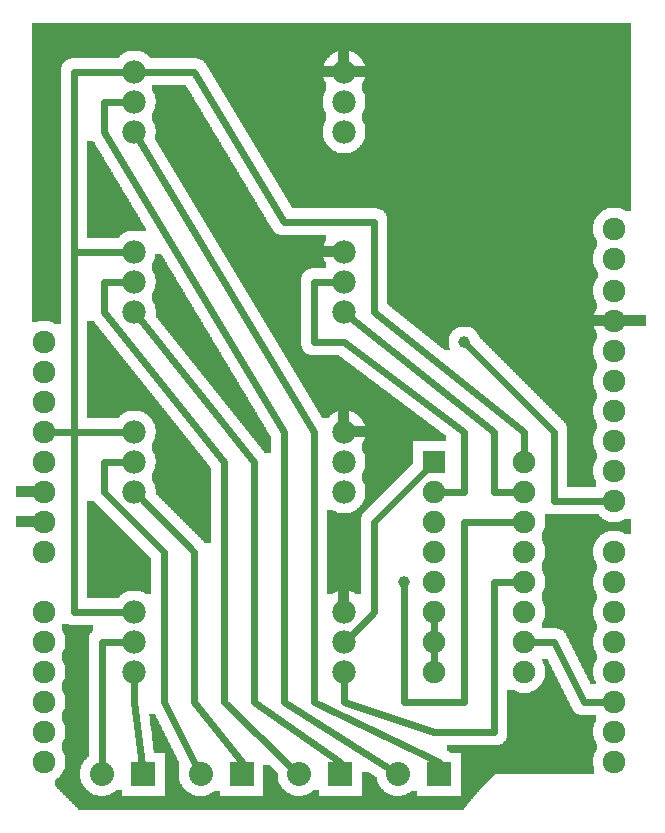
<source format=gtl>
G04 MADE WITH FRITZING*
G04 WWW.FRITZING.ORG*
G04 DOUBLE SIDED*
G04 HOLES PLATED*
G04 CONTOUR ON CENTER OF CONTOUR VECTOR*
%ASAXBY*%
%FSLAX23Y23*%
%MOIN*%
%OFA0B0*%
%SFA1.0B1.0*%
%ADD10C,0.075000*%
%ADD11C,0.075833*%
%ADD12C,0.078000*%
%ADD13C,0.080000*%
%ADD14C,0.039370*%
%ADD15R,0.075000X0.075000*%
%ADD16R,0.080000X0.080000*%
%ADD17C,0.024000*%
%ADD18R,0.001000X0.001000*%
%LNCOPPER1*%
G90*
G70*
G54D10*
X1177Y2598D03*
X305Y2103D03*
X528Y1729D03*
X314Y1504D03*
X305Y953D03*
X535Y2385D03*
X1820Y902D03*
X1703Y364D03*
G54D11*
X1994Y1987D03*
X1994Y1887D03*
X1994Y1780D03*
X1994Y1680D03*
X1994Y1580D03*
X1994Y1480D03*
X1994Y1380D03*
X1994Y1280D03*
X1994Y1180D03*
X1994Y1080D03*
X1994Y910D03*
X1994Y810D03*
X1994Y710D03*
X1994Y610D03*
X1994Y510D03*
X1994Y410D03*
X1994Y310D03*
X1994Y210D03*
X94Y1610D03*
X94Y1510D03*
X94Y1410D03*
X94Y1310D03*
X94Y1210D03*
X94Y1110D03*
X94Y1010D03*
X94Y910D03*
X94Y710D03*
X94Y610D03*
X94Y510D03*
X94Y410D03*
X94Y310D03*
X94Y210D03*
G54D10*
X1394Y1210D03*
X1694Y1210D03*
X1394Y1110D03*
X1694Y1110D03*
X1394Y1010D03*
X1694Y1010D03*
X1394Y910D03*
X1694Y910D03*
X1394Y810D03*
X1694Y810D03*
X1394Y710D03*
X1694Y710D03*
X1394Y610D03*
X1694Y610D03*
X1394Y510D03*
X1694Y510D03*
G54D12*
X394Y2310D03*
X394Y2410D03*
X394Y2510D03*
X1094Y2310D03*
X1094Y2410D03*
X1094Y2510D03*
X394Y1710D03*
X394Y1810D03*
X394Y1910D03*
X1094Y1710D03*
X1094Y1810D03*
X1094Y1910D03*
X394Y1110D03*
X394Y1210D03*
X394Y1310D03*
X1094Y1110D03*
X1094Y1210D03*
X1094Y1310D03*
X394Y510D03*
X394Y610D03*
X394Y710D03*
X1094Y510D03*
X1094Y610D03*
X1094Y710D03*
G54D13*
X1411Y169D03*
X1273Y169D03*
X1081Y169D03*
X943Y169D03*
X753Y169D03*
X615Y169D03*
X424Y169D03*
X286Y169D03*
G54D14*
X1494Y1610D03*
X1294Y810D03*
G54D15*
X1394Y1210D03*
G54D16*
X1411Y169D03*
X1081Y169D03*
X753Y169D03*
X424Y169D03*
G54D17*
X1394Y581D02*
X1394Y539D01*
D02*
X1394Y681D02*
X1394Y639D01*
D02*
X194Y1910D02*
X194Y2510D01*
D02*
X194Y1310D02*
X194Y1910D01*
D02*
X194Y2510D02*
X364Y2510D01*
D02*
X122Y1310D02*
X194Y1310D01*
D02*
X194Y1310D02*
X364Y1310D01*
D02*
X194Y1910D02*
X364Y1910D01*
D02*
X194Y710D02*
X364Y710D01*
D02*
X194Y1310D02*
X194Y710D01*
D02*
X1194Y1710D02*
X1194Y2010D01*
D02*
X1694Y1310D02*
X1194Y1710D01*
D02*
X1194Y2010D02*
X894Y2010D01*
D02*
X894Y2010D02*
X594Y2510D01*
D02*
X494Y2510D02*
X424Y2510D01*
D02*
X594Y2510D02*
X494Y2510D01*
D02*
X1694Y1239D02*
X1694Y1310D01*
D02*
X994Y1310D02*
X994Y410D01*
D02*
X1411Y210D02*
X1411Y200D01*
D02*
X994Y410D02*
X1411Y210D01*
D02*
X410Y2284D02*
X994Y1310D01*
D02*
X294Y2310D02*
X894Y1310D01*
D02*
X894Y1310D02*
X894Y410D01*
D02*
X894Y410D02*
X1247Y186D01*
D02*
X294Y2410D02*
X294Y2310D01*
D02*
X364Y2410D02*
X294Y2410D01*
D02*
X794Y1210D02*
X794Y410D01*
D02*
X1081Y210D02*
X1081Y200D01*
D02*
X794Y410D02*
X1081Y210D01*
D02*
X413Y1687D02*
X794Y1210D01*
D02*
X694Y1210D02*
X694Y410D01*
D02*
X694Y410D02*
X921Y191D01*
D02*
X294Y1710D02*
X694Y1210D01*
D02*
X294Y1810D02*
X294Y1710D01*
D02*
X364Y1810D02*
X294Y1810D01*
D02*
X753Y210D02*
X753Y200D01*
D02*
X594Y410D02*
X753Y210D01*
D02*
X594Y910D02*
X594Y410D01*
D02*
X415Y1089D02*
X594Y910D01*
D02*
X494Y910D02*
X494Y410D01*
D02*
X294Y1110D02*
X494Y910D01*
D02*
X294Y1210D02*
X294Y1110D01*
D02*
X494Y410D02*
X601Y197D01*
D02*
X364Y1210D02*
X294Y1210D01*
D02*
X286Y200D02*
X286Y610D01*
D02*
X286Y610D02*
X364Y610D01*
D02*
X394Y410D02*
X420Y200D01*
D02*
X394Y480D02*
X394Y410D01*
D02*
X1094Y410D02*
X1094Y480D01*
D02*
X1594Y810D02*
X1594Y310D01*
D02*
X1394Y310D02*
X1094Y410D01*
D02*
X1594Y310D02*
X1394Y310D01*
D02*
X1665Y810D02*
X1594Y810D01*
D02*
X1194Y1010D02*
X1194Y710D01*
D02*
X1194Y710D02*
X1115Y631D01*
D02*
X1374Y1190D02*
X1194Y1010D01*
D02*
X1594Y1310D02*
X1594Y1110D01*
D02*
X1594Y1110D02*
X1665Y1110D01*
D02*
X1118Y1691D02*
X1594Y1310D01*
D02*
X1094Y1610D02*
X994Y1610D01*
D02*
X1494Y1110D02*
X1494Y1310D01*
D02*
X1494Y1310D02*
X1094Y1610D01*
D02*
X994Y1610D02*
X994Y1810D01*
D02*
X1423Y1110D02*
X1494Y1110D01*
D02*
X994Y1810D02*
X1064Y1810D01*
D02*
X1794Y610D02*
X1723Y610D01*
D02*
X1894Y410D02*
X1794Y610D01*
D02*
X1966Y410D02*
X1894Y410D01*
D02*
X1794Y1310D02*
X1507Y1597D01*
D02*
X1794Y1080D02*
X1794Y1310D01*
D02*
X1966Y1080D02*
X1794Y1080D01*
D02*
X1294Y410D02*
X1294Y791D01*
D02*
X1494Y410D02*
X1294Y410D01*
D02*
X1494Y1010D02*
X1494Y410D01*
D02*
X1665Y1010D02*
X1494Y1010D01*
G36*
X52Y2673D02*
X52Y2581D01*
X1110Y2581D01*
X1110Y2579D01*
X1118Y2579D01*
X1118Y2577D01*
X1122Y2577D01*
X1122Y2575D01*
X1126Y2575D01*
X1126Y2573D01*
X1130Y2573D01*
X1130Y2571D01*
X1134Y2571D01*
X1134Y2569D01*
X1136Y2569D01*
X1136Y2567D01*
X1138Y2567D01*
X1138Y2565D01*
X1140Y2565D01*
X1140Y2563D01*
X1142Y2563D01*
X1142Y2561D01*
X1144Y2561D01*
X1144Y2559D01*
X1146Y2559D01*
X1146Y2557D01*
X1148Y2557D01*
X1148Y2555D01*
X1150Y2555D01*
X1150Y2553D01*
X1152Y2553D01*
X1152Y2551D01*
X1154Y2551D01*
X1154Y2547D01*
X1156Y2547D01*
X1156Y2545D01*
X1158Y2545D01*
X1158Y2541D01*
X1160Y2541D01*
X1160Y2537D01*
X1162Y2537D01*
X1162Y2531D01*
X1164Y2531D01*
X1164Y2489D01*
X1162Y2489D01*
X1162Y2485D01*
X1160Y2485D01*
X1160Y2479D01*
X1158Y2479D01*
X1158Y2475D01*
X1156Y2475D01*
X1156Y2473D01*
X1154Y2473D01*
X1154Y2447D01*
X1156Y2447D01*
X1156Y2445D01*
X1158Y2445D01*
X1158Y2441D01*
X1160Y2441D01*
X1160Y2437D01*
X1162Y2437D01*
X1162Y2431D01*
X1164Y2431D01*
X1164Y2389D01*
X1162Y2389D01*
X1162Y2385D01*
X1160Y2385D01*
X1160Y2379D01*
X1158Y2379D01*
X1158Y2375D01*
X1156Y2375D01*
X1156Y2373D01*
X1154Y2373D01*
X1154Y2347D01*
X1156Y2347D01*
X1156Y2345D01*
X1158Y2345D01*
X1158Y2341D01*
X1160Y2341D01*
X1160Y2337D01*
X1162Y2337D01*
X1162Y2331D01*
X1164Y2331D01*
X1164Y2289D01*
X1162Y2289D01*
X1162Y2285D01*
X1160Y2285D01*
X1160Y2279D01*
X1158Y2279D01*
X1158Y2275D01*
X1156Y2275D01*
X1156Y2273D01*
X1154Y2273D01*
X1154Y2269D01*
X1152Y2269D01*
X1152Y2267D01*
X1150Y2267D01*
X1150Y2265D01*
X1148Y2265D01*
X1148Y2263D01*
X1146Y2263D01*
X1146Y2261D01*
X1144Y2261D01*
X1144Y2259D01*
X1142Y2259D01*
X1142Y2257D01*
X1140Y2257D01*
X1140Y2255D01*
X1138Y2255D01*
X1138Y2253D01*
X1136Y2253D01*
X1136Y2251D01*
X1132Y2251D01*
X1132Y2249D01*
X1130Y2249D01*
X1130Y2247D01*
X1126Y2247D01*
X1126Y2245D01*
X1122Y2245D01*
X1122Y2243D01*
X1118Y2243D01*
X1118Y2241D01*
X1110Y2241D01*
X1110Y2239D01*
X2050Y2239D01*
X2050Y2673D01*
X52Y2673D01*
G37*
D02*
G36*
X52Y2581D02*
X52Y1681D01*
X102Y1681D01*
X102Y1679D01*
X114Y1679D01*
X114Y1677D01*
X120Y1677D01*
X120Y1675D01*
X124Y1675D01*
X124Y1673D01*
X128Y1673D01*
X128Y1671D01*
X150Y1671D01*
X150Y2525D01*
X152Y2525D01*
X152Y2531D01*
X154Y2531D01*
X154Y2535D01*
X156Y2535D01*
X156Y2539D01*
X158Y2539D01*
X158Y2541D01*
X160Y2541D01*
X160Y2543D01*
X162Y2543D01*
X162Y2545D01*
X164Y2545D01*
X164Y2547D01*
X166Y2547D01*
X166Y2549D01*
X170Y2549D01*
X170Y2551D01*
X174Y2551D01*
X174Y2553D01*
X184Y2553D01*
X184Y2555D01*
X340Y2555D01*
X340Y2557D01*
X342Y2557D01*
X342Y2559D01*
X344Y2559D01*
X344Y2561D01*
X346Y2561D01*
X346Y2563D01*
X348Y2563D01*
X348Y2565D01*
X350Y2565D01*
X350Y2567D01*
X352Y2567D01*
X352Y2569D01*
X354Y2569D01*
X354Y2571D01*
X358Y2571D01*
X358Y2573D01*
X362Y2573D01*
X362Y2575D01*
X366Y2575D01*
X366Y2577D01*
X370Y2577D01*
X370Y2579D01*
X378Y2579D01*
X378Y2581D01*
X52Y2581D01*
G37*
D02*
G36*
X410Y2581D02*
X410Y2579D01*
X418Y2579D01*
X418Y2577D01*
X422Y2577D01*
X422Y2575D01*
X426Y2575D01*
X426Y2573D01*
X430Y2573D01*
X430Y2571D01*
X434Y2571D01*
X434Y2569D01*
X436Y2569D01*
X436Y2567D01*
X438Y2567D01*
X438Y2565D01*
X440Y2565D01*
X440Y2563D01*
X442Y2563D01*
X442Y2561D01*
X444Y2561D01*
X444Y2559D01*
X446Y2559D01*
X446Y2557D01*
X448Y2557D01*
X448Y2555D01*
X604Y2555D01*
X604Y2553D01*
X614Y2553D01*
X614Y2551D01*
X618Y2551D01*
X618Y2549D01*
X622Y2549D01*
X622Y2547D01*
X624Y2547D01*
X624Y2545D01*
X626Y2545D01*
X626Y2543D01*
X628Y2543D01*
X628Y2541D01*
X630Y2541D01*
X630Y2539D01*
X632Y2539D01*
X632Y2535D01*
X634Y2535D01*
X634Y2533D01*
X636Y2533D01*
X636Y2529D01*
X638Y2529D01*
X638Y2525D01*
X640Y2525D01*
X640Y2523D01*
X642Y2523D01*
X642Y2519D01*
X644Y2519D01*
X644Y2515D01*
X646Y2515D01*
X646Y2513D01*
X648Y2513D01*
X648Y2509D01*
X650Y2509D01*
X650Y2505D01*
X652Y2505D01*
X652Y2503D01*
X654Y2503D01*
X654Y2499D01*
X656Y2499D01*
X656Y2495D01*
X658Y2495D01*
X658Y2493D01*
X660Y2493D01*
X660Y2489D01*
X662Y2489D01*
X662Y2485D01*
X664Y2485D01*
X664Y2483D01*
X666Y2483D01*
X666Y2479D01*
X668Y2479D01*
X668Y2475D01*
X670Y2475D01*
X670Y2473D01*
X672Y2473D01*
X672Y2469D01*
X674Y2469D01*
X674Y2465D01*
X676Y2465D01*
X676Y2463D01*
X678Y2463D01*
X678Y2459D01*
X680Y2459D01*
X680Y2455D01*
X682Y2455D01*
X682Y2453D01*
X684Y2453D01*
X684Y2449D01*
X686Y2449D01*
X686Y2445D01*
X688Y2445D01*
X688Y2443D01*
X690Y2443D01*
X690Y2439D01*
X692Y2439D01*
X692Y2435D01*
X694Y2435D01*
X694Y2433D01*
X696Y2433D01*
X696Y2429D01*
X698Y2429D01*
X698Y2425D01*
X700Y2425D01*
X700Y2423D01*
X702Y2423D01*
X702Y2419D01*
X704Y2419D01*
X704Y2415D01*
X706Y2415D01*
X706Y2413D01*
X708Y2413D01*
X708Y2409D01*
X710Y2409D01*
X710Y2405D01*
X712Y2405D01*
X712Y2403D01*
X714Y2403D01*
X714Y2399D01*
X716Y2399D01*
X716Y2395D01*
X718Y2395D01*
X718Y2393D01*
X720Y2393D01*
X720Y2389D01*
X722Y2389D01*
X722Y2385D01*
X724Y2385D01*
X724Y2383D01*
X726Y2383D01*
X726Y2379D01*
X728Y2379D01*
X728Y2375D01*
X730Y2375D01*
X730Y2373D01*
X732Y2373D01*
X732Y2369D01*
X734Y2369D01*
X734Y2365D01*
X736Y2365D01*
X736Y2363D01*
X738Y2363D01*
X738Y2359D01*
X740Y2359D01*
X740Y2355D01*
X742Y2355D01*
X742Y2353D01*
X744Y2353D01*
X744Y2349D01*
X746Y2349D01*
X746Y2345D01*
X748Y2345D01*
X748Y2343D01*
X750Y2343D01*
X750Y2339D01*
X752Y2339D01*
X752Y2335D01*
X754Y2335D01*
X754Y2333D01*
X756Y2333D01*
X756Y2329D01*
X758Y2329D01*
X758Y2325D01*
X760Y2325D01*
X760Y2323D01*
X762Y2323D01*
X762Y2319D01*
X764Y2319D01*
X764Y2315D01*
X766Y2315D01*
X766Y2313D01*
X768Y2313D01*
X768Y2309D01*
X770Y2309D01*
X770Y2305D01*
X772Y2305D01*
X772Y2303D01*
X774Y2303D01*
X774Y2299D01*
X776Y2299D01*
X776Y2295D01*
X778Y2295D01*
X778Y2293D01*
X780Y2293D01*
X780Y2289D01*
X782Y2289D01*
X782Y2285D01*
X784Y2285D01*
X784Y2283D01*
X786Y2283D01*
X786Y2279D01*
X788Y2279D01*
X788Y2275D01*
X790Y2275D01*
X790Y2273D01*
X792Y2273D01*
X792Y2269D01*
X794Y2269D01*
X794Y2265D01*
X796Y2265D01*
X796Y2263D01*
X798Y2263D01*
X798Y2259D01*
X800Y2259D01*
X800Y2255D01*
X802Y2255D01*
X802Y2253D01*
X804Y2253D01*
X804Y2249D01*
X806Y2249D01*
X806Y2245D01*
X808Y2245D01*
X808Y2243D01*
X810Y2243D01*
X810Y2239D01*
X1078Y2239D01*
X1078Y2241D01*
X1070Y2241D01*
X1070Y2243D01*
X1066Y2243D01*
X1066Y2245D01*
X1062Y2245D01*
X1062Y2247D01*
X1058Y2247D01*
X1058Y2249D01*
X1056Y2249D01*
X1056Y2251D01*
X1052Y2251D01*
X1052Y2253D01*
X1050Y2253D01*
X1050Y2255D01*
X1048Y2255D01*
X1048Y2257D01*
X1046Y2257D01*
X1046Y2259D01*
X1044Y2259D01*
X1044Y2261D01*
X1042Y2261D01*
X1042Y2263D01*
X1040Y2263D01*
X1040Y2265D01*
X1038Y2265D01*
X1038Y2267D01*
X1036Y2267D01*
X1036Y2269D01*
X1034Y2269D01*
X1034Y2273D01*
X1032Y2273D01*
X1032Y2275D01*
X1030Y2275D01*
X1030Y2279D01*
X1028Y2279D01*
X1028Y2285D01*
X1026Y2285D01*
X1026Y2289D01*
X1024Y2289D01*
X1024Y2331D01*
X1026Y2331D01*
X1026Y2337D01*
X1028Y2337D01*
X1028Y2341D01*
X1030Y2341D01*
X1030Y2345D01*
X1032Y2345D01*
X1032Y2347D01*
X1034Y2347D01*
X1034Y2373D01*
X1032Y2373D01*
X1032Y2375D01*
X1030Y2375D01*
X1030Y2379D01*
X1028Y2379D01*
X1028Y2385D01*
X1026Y2385D01*
X1026Y2389D01*
X1024Y2389D01*
X1024Y2431D01*
X1026Y2431D01*
X1026Y2437D01*
X1028Y2437D01*
X1028Y2441D01*
X1030Y2441D01*
X1030Y2445D01*
X1032Y2445D01*
X1032Y2447D01*
X1034Y2447D01*
X1034Y2473D01*
X1032Y2473D01*
X1032Y2475D01*
X1030Y2475D01*
X1030Y2479D01*
X1028Y2479D01*
X1028Y2485D01*
X1026Y2485D01*
X1026Y2489D01*
X1024Y2489D01*
X1024Y2531D01*
X1026Y2531D01*
X1026Y2537D01*
X1028Y2537D01*
X1028Y2541D01*
X1030Y2541D01*
X1030Y2545D01*
X1032Y2545D01*
X1032Y2547D01*
X1034Y2547D01*
X1034Y2551D01*
X1036Y2551D01*
X1036Y2553D01*
X1038Y2553D01*
X1038Y2555D01*
X1040Y2555D01*
X1040Y2557D01*
X1042Y2557D01*
X1042Y2559D01*
X1044Y2559D01*
X1044Y2561D01*
X1046Y2561D01*
X1046Y2563D01*
X1048Y2563D01*
X1048Y2565D01*
X1050Y2565D01*
X1050Y2567D01*
X1052Y2567D01*
X1052Y2569D01*
X1054Y2569D01*
X1054Y2571D01*
X1058Y2571D01*
X1058Y2573D01*
X1062Y2573D01*
X1062Y2575D01*
X1066Y2575D01*
X1066Y2577D01*
X1070Y2577D01*
X1070Y2579D01*
X1078Y2579D01*
X1078Y2581D01*
X410Y2581D01*
G37*
D02*
G36*
X812Y2239D02*
X812Y2237D01*
X2050Y2237D01*
X2050Y2239D01*
X812Y2239D01*
G37*
D02*
G36*
X812Y2239D02*
X812Y2237D01*
X2050Y2237D01*
X2050Y2239D01*
X812Y2239D01*
G37*
D02*
G36*
X812Y2237D02*
X812Y2235D01*
X814Y2235D01*
X814Y2233D01*
X816Y2233D01*
X816Y2229D01*
X818Y2229D01*
X818Y2225D01*
X820Y2225D01*
X820Y2223D01*
X822Y2223D01*
X822Y2219D01*
X824Y2219D01*
X824Y2215D01*
X826Y2215D01*
X826Y2213D01*
X828Y2213D01*
X828Y2209D01*
X830Y2209D01*
X830Y2205D01*
X832Y2205D01*
X832Y2203D01*
X834Y2203D01*
X834Y2199D01*
X836Y2199D01*
X836Y2195D01*
X838Y2195D01*
X838Y2193D01*
X840Y2193D01*
X840Y2189D01*
X842Y2189D01*
X842Y2185D01*
X844Y2185D01*
X844Y2183D01*
X846Y2183D01*
X846Y2179D01*
X848Y2179D01*
X848Y2175D01*
X850Y2175D01*
X850Y2173D01*
X852Y2173D01*
X852Y2169D01*
X854Y2169D01*
X854Y2165D01*
X856Y2165D01*
X856Y2163D01*
X858Y2163D01*
X858Y2159D01*
X860Y2159D01*
X860Y2155D01*
X862Y2155D01*
X862Y2153D01*
X864Y2153D01*
X864Y2149D01*
X866Y2149D01*
X866Y2145D01*
X868Y2145D01*
X868Y2143D01*
X870Y2143D01*
X870Y2139D01*
X872Y2139D01*
X872Y2135D01*
X874Y2135D01*
X874Y2133D01*
X876Y2133D01*
X876Y2129D01*
X878Y2129D01*
X878Y2125D01*
X880Y2125D01*
X880Y2123D01*
X882Y2123D01*
X882Y2119D01*
X884Y2119D01*
X884Y2115D01*
X886Y2115D01*
X886Y2113D01*
X888Y2113D01*
X888Y2109D01*
X890Y2109D01*
X890Y2105D01*
X892Y2105D01*
X892Y2103D01*
X894Y2103D01*
X894Y2099D01*
X896Y2099D01*
X896Y2095D01*
X898Y2095D01*
X898Y2093D01*
X900Y2093D01*
X900Y2089D01*
X902Y2089D01*
X902Y2085D01*
X904Y2085D01*
X904Y2083D01*
X906Y2083D01*
X906Y2079D01*
X908Y2079D01*
X908Y2075D01*
X910Y2075D01*
X910Y2073D01*
X912Y2073D01*
X912Y2069D01*
X914Y2069D01*
X914Y2065D01*
X916Y2065D01*
X916Y2063D01*
X918Y2063D01*
X918Y2059D01*
X920Y2059D01*
X920Y2057D01*
X2010Y2057D01*
X2010Y2055D01*
X2018Y2055D01*
X2018Y2053D01*
X2022Y2053D01*
X2022Y2051D01*
X2026Y2051D01*
X2026Y2049D01*
X2030Y2049D01*
X2030Y2047D01*
X2050Y2047D01*
X2050Y2237D01*
X812Y2237D01*
G37*
D02*
G36*
X920Y2057D02*
X920Y2055D01*
X1204Y2055D01*
X1204Y2053D01*
X1214Y2053D01*
X1214Y2051D01*
X1218Y2051D01*
X1218Y2049D01*
X1222Y2049D01*
X1222Y2047D01*
X1224Y2047D01*
X1224Y2045D01*
X1226Y2045D01*
X1226Y2043D01*
X1228Y2043D01*
X1228Y2041D01*
X1230Y2041D01*
X1230Y2039D01*
X1232Y2039D01*
X1232Y2035D01*
X1234Y2035D01*
X1234Y2031D01*
X1236Y2031D01*
X1236Y2025D01*
X1238Y2025D01*
X1238Y1735D01*
X1240Y1735D01*
X1240Y1733D01*
X1242Y1733D01*
X1242Y1731D01*
X1244Y1731D01*
X1244Y1729D01*
X1246Y1729D01*
X1246Y1727D01*
X1250Y1727D01*
X1250Y1725D01*
X1252Y1725D01*
X1252Y1723D01*
X1254Y1723D01*
X1254Y1721D01*
X1256Y1721D01*
X1256Y1719D01*
X1260Y1719D01*
X1260Y1717D01*
X1262Y1717D01*
X1262Y1715D01*
X1264Y1715D01*
X1264Y1713D01*
X1266Y1713D01*
X1266Y1711D01*
X1270Y1711D01*
X1270Y1709D01*
X1272Y1709D01*
X1272Y1707D01*
X1274Y1707D01*
X1274Y1705D01*
X1276Y1705D01*
X1276Y1703D01*
X1280Y1703D01*
X1280Y1701D01*
X1282Y1701D01*
X1282Y1699D01*
X1284Y1699D01*
X1284Y1697D01*
X1286Y1697D01*
X1286Y1695D01*
X1290Y1695D01*
X1290Y1693D01*
X1292Y1693D01*
X1292Y1691D01*
X1294Y1691D01*
X1294Y1689D01*
X1296Y1689D01*
X1296Y1687D01*
X1300Y1687D01*
X1300Y1685D01*
X1302Y1685D01*
X1302Y1683D01*
X1304Y1683D01*
X1304Y1681D01*
X1306Y1681D01*
X1306Y1679D01*
X1310Y1679D01*
X1310Y1677D01*
X1312Y1677D01*
X1312Y1675D01*
X1314Y1675D01*
X1314Y1673D01*
X1316Y1673D01*
X1316Y1671D01*
X1320Y1671D01*
X1320Y1669D01*
X1322Y1669D01*
X1322Y1667D01*
X1324Y1667D01*
X1324Y1665D01*
X1326Y1665D01*
X1326Y1663D01*
X1330Y1663D01*
X1330Y1661D01*
X1512Y1661D01*
X1512Y1659D01*
X1516Y1659D01*
X1516Y1657D01*
X1520Y1657D01*
X1520Y1655D01*
X1522Y1655D01*
X1522Y1653D01*
X1526Y1653D01*
X1526Y1651D01*
X1528Y1651D01*
X1528Y1649D01*
X1530Y1649D01*
X1530Y1647D01*
X1532Y1647D01*
X1532Y1645D01*
X1534Y1645D01*
X1534Y1643D01*
X1536Y1643D01*
X1536Y1641D01*
X1538Y1641D01*
X1538Y1637D01*
X1540Y1637D01*
X1540Y1633D01*
X1542Y1633D01*
X1542Y1629D01*
X1544Y1629D01*
X1544Y1625D01*
X1546Y1625D01*
X1546Y1623D01*
X1548Y1623D01*
X1548Y1621D01*
X1550Y1621D01*
X1550Y1619D01*
X1552Y1619D01*
X1552Y1617D01*
X1554Y1617D01*
X1554Y1615D01*
X1556Y1615D01*
X1556Y1613D01*
X1558Y1613D01*
X1558Y1611D01*
X1560Y1611D01*
X1560Y1609D01*
X1562Y1609D01*
X1562Y1607D01*
X1564Y1607D01*
X1564Y1605D01*
X1566Y1605D01*
X1566Y1603D01*
X1568Y1603D01*
X1568Y1601D01*
X1570Y1601D01*
X1570Y1599D01*
X1572Y1599D01*
X1572Y1597D01*
X1574Y1597D01*
X1574Y1595D01*
X1576Y1595D01*
X1576Y1593D01*
X1578Y1593D01*
X1578Y1591D01*
X1580Y1591D01*
X1580Y1589D01*
X1582Y1589D01*
X1582Y1587D01*
X1584Y1587D01*
X1584Y1585D01*
X1586Y1585D01*
X1586Y1583D01*
X1588Y1583D01*
X1588Y1581D01*
X1590Y1581D01*
X1590Y1579D01*
X1592Y1579D01*
X1592Y1577D01*
X1594Y1577D01*
X1594Y1575D01*
X1596Y1575D01*
X1596Y1573D01*
X1598Y1573D01*
X1598Y1571D01*
X1600Y1571D01*
X1600Y1569D01*
X1602Y1569D01*
X1602Y1567D01*
X1604Y1567D01*
X1604Y1565D01*
X1606Y1565D01*
X1606Y1563D01*
X1608Y1563D01*
X1608Y1561D01*
X1610Y1561D01*
X1610Y1559D01*
X1612Y1559D01*
X1612Y1557D01*
X1614Y1557D01*
X1614Y1555D01*
X1616Y1555D01*
X1616Y1553D01*
X1618Y1553D01*
X1618Y1551D01*
X1620Y1551D01*
X1620Y1549D01*
X1622Y1549D01*
X1622Y1547D01*
X1624Y1547D01*
X1624Y1545D01*
X1626Y1545D01*
X1626Y1543D01*
X1628Y1543D01*
X1628Y1541D01*
X1630Y1541D01*
X1630Y1539D01*
X1632Y1539D01*
X1632Y1537D01*
X1634Y1537D01*
X1634Y1535D01*
X1636Y1535D01*
X1636Y1533D01*
X1638Y1533D01*
X1638Y1531D01*
X1640Y1531D01*
X1640Y1529D01*
X1642Y1529D01*
X1642Y1527D01*
X1644Y1527D01*
X1644Y1525D01*
X1646Y1525D01*
X1646Y1523D01*
X1648Y1523D01*
X1648Y1521D01*
X1650Y1521D01*
X1650Y1519D01*
X1652Y1519D01*
X1652Y1517D01*
X1654Y1517D01*
X1654Y1515D01*
X1656Y1515D01*
X1656Y1513D01*
X1658Y1513D01*
X1658Y1511D01*
X1660Y1511D01*
X1660Y1509D01*
X1662Y1509D01*
X1662Y1507D01*
X1664Y1507D01*
X1664Y1505D01*
X1666Y1505D01*
X1666Y1503D01*
X1668Y1503D01*
X1668Y1501D01*
X1670Y1501D01*
X1670Y1499D01*
X1672Y1499D01*
X1672Y1497D01*
X1674Y1497D01*
X1674Y1495D01*
X1676Y1495D01*
X1676Y1493D01*
X1678Y1493D01*
X1678Y1491D01*
X1680Y1491D01*
X1680Y1489D01*
X1682Y1489D01*
X1682Y1487D01*
X1684Y1487D01*
X1684Y1485D01*
X1686Y1485D01*
X1686Y1483D01*
X1688Y1483D01*
X1688Y1481D01*
X1690Y1481D01*
X1690Y1479D01*
X1692Y1479D01*
X1692Y1477D01*
X1694Y1477D01*
X1694Y1475D01*
X1696Y1475D01*
X1696Y1473D01*
X1698Y1473D01*
X1698Y1471D01*
X1700Y1471D01*
X1700Y1469D01*
X1702Y1469D01*
X1702Y1467D01*
X1704Y1467D01*
X1704Y1465D01*
X1706Y1465D01*
X1706Y1463D01*
X1708Y1463D01*
X1708Y1461D01*
X1710Y1461D01*
X1710Y1459D01*
X1712Y1459D01*
X1712Y1457D01*
X1714Y1457D01*
X1714Y1455D01*
X1716Y1455D01*
X1716Y1453D01*
X1718Y1453D01*
X1718Y1451D01*
X1720Y1451D01*
X1720Y1449D01*
X1722Y1449D01*
X1722Y1447D01*
X1724Y1447D01*
X1724Y1445D01*
X1726Y1445D01*
X1726Y1443D01*
X1728Y1443D01*
X1728Y1441D01*
X1730Y1441D01*
X1730Y1439D01*
X1732Y1439D01*
X1732Y1437D01*
X1734Y1437D01*
X1734Y1435D01*
X1736Y1435D01*
X1736Y1433D01*
X1738Y1433D01*
X1738Y1431D01*
X1740Y1431D01*
X1740Y1429D01*
X1742Y1429D01*
X1742Y1427D01*
X1744Y1427D01*
X1744Y1425D01*
X1746Y1425D01*
X1746Y1423D01*
X1748Y1423D01*
X1748Y1421D01*
X1750Y1421D01*
X1750Y1419D01*
X1752Y1419D01*
X1752Y1417D01*
X1754Y1417D01*
X1754Y1415D01*
X1756Y1415D01*
X1756Y1413D01*
X1758Y1413D01*
X1758Y1411D01*
X1760Y1411D01*
X1760Y1409D01*
X1762Y1409D01*
X1762Y1407D01*
X1764Y1407D01*
X1764Y1405D01*
X1766Y1405D01*
X1766Y1403D01*
X1768Y1403D01*
X1768Y1401D01*
X1770Y1401D01*
X1770Y1399D01*
X1772Y1399D01*
X1772Y1397D01*
X1774Y1397D01*
X1774Y1395D01*
X1776Y1395D01*
X1776Y1393D01*
X1778Y1393D01*
X1778Y1391D01*
X1780Y1391D01*
X1780Y1389D01*
X1782Y1389D01*
X1782Y1387D01*
X1784Y1387D01*
X1784Y1385D01*
X1786Y1385D01*
X1786Y1383D01*
X1788Y1383D01*
X1788Y1381D01*
X1790Y1381D01*
X1790Y1379D01*
X1792Y1379D01*
X1792Y1377D01*
X1794Y1377D01*
X1794Y1375D01*
X1796Y1375D01*
X1796Y1373D01*
X1798Y1373D01*
X1798Y1371D01*
X1800Y1371D01*
X1800Y1369D01*
X1802Y1369D01*
X1802Y1367D01*
X1804Y1367D01*
X1804Y1365D01*
X1806Y1365D01*
X1806Y1363D01*
X1808Y1363D01*
X1808Y1361D01*
X1810Y1361D01*
X1810Y1359D01*
X1812Y1359D01*
X1812Y1357D01*
X1814Y1357D01*
X1814Y1355D01*
X1816Y1355D01*
X1816Y1353D01*
X1818Y1353D01*
X1818Y1351D01*
X1820Y1351D01*
X1820Y1349D01*
X1822Y1349D01*
X1822Y1347D01*
X1824Y1347D01*
X1824Y1345D01*
X1826Y1345D01*
X1826Y1343D01*
X1828Y1343D01*
X1828Y1341D01*
X1830Y1341D01*
X1830Y1339D01*
X1832Y1339D01*
X1832Y1335D01*
X1834Y1335D01*
X1834Y1331D01*
X1836Y1331D01*
X1836Y1325D01*
X1838Y1325D01*
X1838Y1125D01*
X1934Y1125D01*
X1934Y1145D01*
X1932Y1145D01*
X1932Y1149D01*
X1930Y1149D01*
X1930Y1153D01*
X1928Y1153D01*
X1928Y1157D01*
X1926Y1157D01*
X1926Y1165D01*
X1924Y1165D01*
X1924Y1195D01*
X1926Y1195D01*
X1926Y1203D01*
X1928Y1203D01*
X1928Y1207D01*
X1930Y1207D01*
X1930Y1213D01*
X1932Y1213D01*
X1932Y1215D01*
X1934Y1215D01*
X1934Y1219D01*
X1936Y1219D01*
X1936Y1241D01*
X1934Y1241D01*
X1934Y1245D01*
X1932Y1245D01*
X1932Y1249D01*
X1930Y1249D01*
X1930Y1253D01*
X1928Y1253D01*
X1928Y1257D01*
X1926Y1257D01*
X1926Y1265D01*
X1924Y1265D01*
X1924Y1295D01*
X1926Y1295D01*
X1926Y1303D01*
X1928Y1303D01*
X1928Y1307D01*
X1930Y1307D01*
X1930Y1313D01*
X1932Y1313D01*
X1932Y1315D01*
X1934Y1315D01*
X1934Y1319D01*
X1936Y1319D01*
X1936Y1341D01*
X1934Y1341D01*
X1934Y1345D01*
X1932Y1345D01*
X1932Y1349D01*
X1930Y1349D01*
X1930Y1353D01*
X1928Y1353D01*
X1928Y1357D01*
X1926Y1357D01*
X1926Y1365D01*
X1924Y1365D01*
X1924Y1395D01*
X1926Y1395D01*
X1926Y1403D01*
X1928Y1403D01*
X1928Y1407D01*
X1930Y1407D01*
X1930Y1413D01*
X1932Y1413D01*
X1932Y1415D01*
X1934Y1415D01*
X1934Y1419D01*
X1936Y1419D01*
X1936Y1441D01*
X1934Y1441D01*
X1934Y1445D01*
X1932Y1445D01*
X1932Y1449D01*
X1930Y1449D01*
X1930Y1453D01*
X1928Y1453D01*
X1928Y1457D01*
X1926Y1457D01*
X1926Y1465D01*
X1924Y1465D01*
X1924Y1495D01*
X1926Y1495D01*
X1926Y1503D01*
X1928Y1503D01*
X1928Y1507D01*
X1930Y1507D01*
X1930Y1513D01*
X1932Y1513D01*
X1932Y1515D01*
X1934Y1515D01*
X1934Y1519D01*
X1936Y1519D01*
X1936Y1541D01*
X1934Y1541D01*
X1934Y1545D01*
X1932Y1545D01*
X1932Y1549D01*
X1930Y1549D01*
X1930Y1553D01*
X1928Y1553D01*
X1928Y1557D01*
X1926Y1557D01*
X1926Y1565D01*
X1924Y1565D01*
X1924Y1595D01*
X1926Y1595D01*
X1926Y1603D01*
X1928Y1603D01*
X1928Y1607D01*
X1930Y1607D01*
X1930Y1613D01*
X1932Y1613D01*
X1932Y1615D01*
X1934Y1615D01*
X1934Y1619D01*
X1936Y1619D01*
X1936Y1641D01*
X1934Y1641D01*
X1934Y1645D01*
X1932Y1645D01*
X1932Y1649D01*
X1930Y1649D01*
X1930Y1653D01*
X1928Y1653D01*
X1928Y1657D01*
X1926Y1657D01*
X1926Y1665D01*
X1924Y1665D01*
X1924Y1695D01*
X1926Y1695D01*
X1926Y1703D01*
X1928Y1703D01*
X1928Y1707D01*
X1930Y1707D01*
X1930Y1713D01*
X1932Y1713D01*
X1932Y1715D01*
X1934Y1715D01*
X1934Y1719D01*
X1936Y1719D01*
X1936Y1741D01*
X1934Y1741D01*
X1934Y1745D01*
X1932Y1745D01*
X1932Y1749D01*
X1930Y1749D01*
X1930Y1753D01*
X1928Y1753D01*
X1928Y1757D01*
X1926Y1757D01*
X1926Y1765D01*
X1924Y1765D01*
X1924Y1795D01*
X1926Y1795D01*
X1926Y1803D01*
X1928Y1803D01*
X1928Y1807D01*
X1930Y1807D01*
X1930Y1813D01*
X1932Y1813D01*
X1932Y1815D01*
X1934Y1815D01*
X1934Y1819D01*
X1936Y1819D01*
X1936Y1821D01*
X1938Y1821D01*
X1938Y1823D01*
X1940Y1823D01*
X1940Y1843D01*
X1938Y1843D01*
X1938Y1845D01*
X1936Y1845D01*
X1936Y1849D01*
X1934Y1849D01*
X1934Y1851D01*
X1932Y1851D01*
X1932Y1855D01*
X1930Y1855D01*
X1930Y1859D01*
X1928Y1859D01*
X1928Y1865D01*
X1926Y1865D01*
X1926Y1871D01*
X1924Y1871D01*
X1924Y1903D01*
X1926Y1903D01*
X1926Y1911D01*
X1928Y1911D01*
X1928Y1915D01*
X1930Y1915D01*
X1930Y1919D01*
X1932Y1919D01*
X1932Y1923D01*
X1934Y1923D01*
X1934Y1925D01*
X1936Y1925D01*
X1936Y1949D01*
X1934Y1949D01*
X1934Y1951D01*
X1932Y1951D01*
X1932Y1955D01*
X1930Y1955D01*
X1930Y1959D01*
X1928Y1959D01*
X1928Y1965D01*
X1926Y1965D01*
X1926Y1971D01*
X1924Y1971D01*
X1924Y2003D01*
X1926Y2003D01*
X1926Y2011D01*
X1928Y2011D01*
X1928Y2015D01*
X1930Y2015D01*
X1930Y2019D01*
X1932Y2019D01*
X1932Y2023D01*
X1934Y2023D01*
X1934Y2025D01*
X1936Y2025D01*
X1936Y2029D01*
X1938Y2029D01*
X1938Y2031D01*
X1940Y2031D01*
X1940Y2033D01*
X1942Y2033D01*
X1942Y2035D01*
X1944Y2035D01*
X1944Y2037D01*
X1946Y2037D01*
X1946Y2039D01*
X1948Y2039D01*
X1948Y2041D01*
X1950Y2041D01*
X1950Y2043D01*
X1952Y2043D01*
X1952Y2045D01*
X1956Y2045D01*
X1956Y2047D01*
X1958Y2047D01*
X1958Y2049D01*
X1962Y2049D01*
X1962Y2051D01*
X1966Y2051D01*
X1966Y2053D01*
X1970Y2053D01*
X1970Y2055D01*
X1978Y2055D01*
X1978Y2057D01*
X920Y2057D01*
G37*
D02*
G36*
X52Y1681D02*
X52Y1677D01*
X74Y1677D01*
X74Y1679D01*
X86Y1679D01*
X86Y1681D01*
X52Y1681D01*
G37*
D02*
G36*
X1332Y1661D02*
X1332Y1659D01*
X1334Y1659D01*
X1334Y1657D01*
X1336Y1657D01*
X1336Y1655D01*
X1340Y1655D01*
X1340Y1653D01*
X1342Y1653D01*
X1342Y1651D01*
X1344Y1651D01*
X1344Y1649D01*
X1346Y1649D01*
X1346Y1647D01*
X1350Y1647D01*
X1350Y1645D01*
X1352Y1645D01*
X1352Y1643D01*
X1354Y1643D01*
X1354Y1641D01*
X1356Y1641D01*
X1356Y1639D01*
X1360Y1639D01*
X1360Y1637D01*
X1362Y1637D01*
X1362Y1635D01*
X1364Y1635D01*
X1364Y1633D01*
X1366Y1633D01*
X1366Y1631D01*
X1370Y1631D01*
X1370Y1629D01*
X1372Y1629D01*
X1372Y1627D01*
X1374Y1627D01*
X1374Y1625D01*
X1376Y1625D01*
X1376Y1623D01*
X1380Y1623D01*
X1380Y1621D01*
X1382Y1621D01*
X1382Y1619D01*
X1384Y1619D01*
X1384Y1617D01*
X1386Y1617D01*
X1386Y1615D01*
X1390Y1615D01*
X1390Y1613D01*
X1392Y1613D01*
X1392Y1611D01*
X1394Y1611D01*
X1394Y1609D01*
X1396Y1609D01*
X1396Y1607D01*
X1400Y1607D01*
X1400Y1605D01*
X1402Y1605D01*
X1402Y1603D01*
X1404Y1603D01*
X1404Y1601D01*
X1406Y1601D01*
X1406Y1599D01*
X1410Y1599D01*
X1410Y1597D01*
X1412Y1597D01*
X1412Y1595D01*
X1414Y1595D01*
X1414Y1593D01*
X1416Y1593D01*
X1416Y1591D01*
X1420Y1591D01*
X1420Y1589D01*
X1422Y1589D01*
X1422Y1587D01*
X1424Y1587D01*
X1424Y1585D01*
X1426Y1585D01*
X1426Y1583D01*
X1448Y1583D01*
X1448Y1587D01*
X1446Y1587D01*
X1446Y1591D01*
X1444Y1591D01*
X1444Y1597D01*
X1442Y1597D01*
X1442Y1623D01*
X1444Y1623D01*
X1444Y1629D01*
X1446Y1629D01*
X1446Y1633D01*
X1448Y1633D01*
X1448Y1637D01*
X1450Y1637D01*
X1450Y1641D01*
X1452Y1641D01*
X1452Y1643D01*
X1454Y1643D01*
X1454Y1645D01*
X1456Y1645D01*
X1456Y1647D01*
X1458Y1647D01*
X1458Y1649D01*
X1460Y1649D01*
X1460Y1651D01*
X1462Y1651D01*
X1462Y1653D01*
X1466Y1653D01*
X1466Y1655D01*
X1468Y1655D01*
X1468Y1657D01*
X1472Y1657D01*
X1472Y1659D01*
X1476Y1659D01*
X1476Y1661D01*
X1332Y1661D01*
G37*
D02*
G36*
X238Y2281D02*
X238Y1981D01*
X410Y1981D01*
X410Y1979D01*
X432Y1979D01*
X432Y1991D01*
X430Y1991D01*
X430Y1995D01*
X428Y1995D01*
X428Y1997D01*
X426Y1997D01*
X426Y2001D01*
X424Y2001D01*
X424Y2005D01*
X422Y2005D01*
X422Y2007D01*
X420Y2007D01*
X420Y2011D01*
X418Y2011D01*
X418Y2015D01*
X416Y2015D01*
X416Y2017D01*
X414Y2017D01*
X414Y2021D01*
X412Y2021D01*
X412Y2025D01*
X410Y2025D01*
X410Y2027D01*
X408Y2027D01*
X408Y2031D01*
X406Y2031D01*
X406Y2035D01*
X404Y2035D01*
X404Y2037D01*
X402Y2037D01*
X402Y2041D01*
X400Y2041D01*
X400Y2045D01*
X398Y2045D01*
X398Y2047D01*
X396Y2047D01*
X396Y2051D01*
X394Y2051D01*
X394Y2055D01*
X392Y2055D01*
X392Y2057D01*
X390Y2057D01*
X390Y2061D01*
X388Y2061D01*
X388Y2065D01*
X386Y2065D01*
X386Y2067D01*
X384Y2067D01*
X384Y2071D01*
X382Y2071D01*
X382Y2075D01*
X380Y2075D01*
X380Y2077D01*
X378Y2077D01*
X378Y2081D01*
X376Y2081D01*
X376Y2085D01*
X374Y2085D01*
X374Y2087D01*
X372Y2087D01*
X372Y2091D01*
X370Y2091D01*
X370Y2095D01*
X368Y2095D01*
X368Y2097D01*
X366Y2097D01*
X366Y2101D01*
X364Y2101D01*
X364Y2105D01*
X362Y2105D01*
X362Y2107D01*
X360Y2107D01*
X360Y2111D01*
X358Y2111D01*
X358Y2115D01*
X356Y2115D01*
X356Y2117D01*
X354Y2117D01*
X354Y2121D01*
X352Y2121D01*
X352Y2125D01*
X350Y2125D01*
X350Y2127D01*
X348Y2127D01*
X348Y2131D01*
X346Y2131D01*
X346Y2135D01*
X344Y2135D01*
X344Y2137D01*
X342Y2137D01*
X342Y2141D01*
X340Y2141D01*
X340Y2145D01*
X338Y2145D01*
X338Y2147D01*
X336Y2147D01*
X336Y2151D01*
X334Y2151D01*
X334Y2155D01*
X332Y2155D01*
X332Y2157D01*
X330Y2157D01*
X330Y2161D01*
X328Y2161D01*
X328Y2165D01*
X326Y2165D01*
X326Y2167D01*
X324Y2167D01*
X324Y2171D01*
X322Y2171D01*
X322Y2175D01*
X320Y2175D01*
X320Y2177D01*
X318Y2177D01*
X318Y2181D01*
X316Y2181D01*
X316Y2185D01*
X314Y2185D01*
X314Y2187D01*
X312Y2187D01*
X312Y2191D01*
X310Y2191D01*
X310Y2195D01*
X308Y2195D01*
X308Y2197D01*
X306Y2197D01*
X306Y2201D01*
X304Y2201D01*
X304Y2205D01*
X302Y2205D01*
X302Y2207D01*
X300Y2207D01*
X300Y2211D01*
X298Y2211D01*
X298Y2215D01*
X296Y2215D01*
X296Y2217D01*
X294Y2217D01*
X294Y2221D01*
X292Y2221D01*
X292Y2225D01*
X290Y2225D01*
X290Y2227D01*
X288Y2227D01*
X288Y2231D01*
X286Y2231D01*
X286Y2235D01*
X284Y2235D01*
X284Y2237D01*
X282Y2237D01*
X282Y2241D01*
X280Y2241D01*
X280Y2245D01*
X278Y2245D01*
X278Y2247D01*
X276Y2247D01*
X276Y2251D01*
X274Y2251D01*
X274Y2255D01*
X272Y2255D01*
X272Y2257D01*
X270Y2257D01*
X270Y2261D01*
X268Y2261D01*
X268Y2265D01*
X266Y2265D01*
X266Y2267D01*
X264Y2267D01*
X264Y2271D01*
X262Y2271D01*
X262Y2275D01*
X260Y2275D01*
X260Y2277D01*
X258Y2277D01*
X258Y2281D01*
X238Y2281D01*
G37*
D02*
G36*
X238Y1981D02*
X238Y1955D01*
X340Y1955D01*
X340Y1957D01*
X342Y1957D01*
X342Y1959D01*
X344Y1959D01*
X344Y1961D01*
X346Y1961D01*
X346Y1963D01*
X348Y1963D01*
X348Y1965D01*
X350Y1965D01*
X350Y1967D01*
X352Y1967D01*
X352Y1969D01*
X354Y1969D01*
X354Y1971D01*
X358Y1971D01*
X358Y1973D01*
X362Y1973D01*
X362Y1975D01*
X366Y1975D01*
X366Y1977D01*
X370Y1977D01*
X370Y1979D01*
X378Y1979D01*
X378Y1981D01*
X238Y1981D01*
G37*
D02*
G36*
X464Y1903D02*
X464Y1889D01*
X462Y1889D01*
X462Y1885D01*
X460Y1885D01*
X460Y1879D01*
X458Y1879D01*
X458Y1875D01*
X456Y1875D01*
X456Y1873D01*
X454Y1873D01*
X454Y1847D01*
X456Y1847D01*
X456Y1845D01*
X458Y1845D01*
X458Y1841D01*
X460Y1841D01*
X460Y1837D01*
X462Y1837D01*
X462Y1831D01*
X464Y1831D01*
X464Y1819D01*
X466Y1819D01*
X466Y1803D01*
X464Y1803D01*
X464Y1789D01*
X462Y1789D01*
X462Y1785D01*
X460Y1785D01*
X460Y1779D01*
X458Y1779D01*
X458Y1775D01*
X456Y1775D01*
X456Y1773D01*
X454Y1773D01*
X454Y1747D01*
X456Y1747D01*
X456Y1745D01*
X458Y1745D01*
X458Y1741D01*
X460Y1741D01*
X460Y1737D01*
X462Y1737D01*
X462Y1731D01*
X464Y1731D01*
X464Y1719D01*
X466Y1719D01*
X466Y1693D01*
X468Y1693D01*
X468Y1691D01*
X470Y1691D01*
X470Y1689D01*
X472Y1689D01*
X472Y1687D01*
X474Y1687D01*
X474Y1683D01*
X476Y1683D01*
X476Y1681D01*
X478Y1681D01*
X478Y1679D01*
X480Y1679D01*
X480Y1677D01*
X482Y1677D01*
X482Y1673D01*
X484Y1673D01*
X484Y1671D01*
X486Y1671D01*
X486Y1669D01*
X488Y1669D01*
X488Y1667D01*
X490Y1667D01*
X490Y1663D01*
X492Y1663D01*
X492Y1661D01*
X494Y1661D01*
X494Y1659D01*
X496Y1659D01*
X496Y1657D01*
X498Y1657D01*
X498Y1653D01*
X500Y1653D01*
X500Y1651D01*
X502Y1651D01*
X502Y1649D01*
X504Y1649D01*
X504Y1647D01*
X506Y1647D01*
X506Y1643D01*
X508Y1643D01*
X508Y1641D01*
X510Y1641D01*
X510Y1639D01*
X512Y1639D01*
X512Y1637D01*
X514Y1637D01*
X514Y1633D01*
X516Y1633D01*
X516Y1631D01*
X518Y1631D01*
X518Y1629D01*
X520Y1629D01*
X520Y1627D01*
X522Y1627D01*
X522Y1623D01*
X524Y1623D01*
X524Y1621D01*
X526Y1621D01*
X526Y1619D01*
X528Y1619D01*
X528Y1617D01*
X530Y1617D01*
X530Y1613D01*
X532Y1613D01*
X532Y1611D01*
X534Y1611D01*
X534Y1609D01*
X536Y1609D01*
X536Y1607D01*
X538Y1607D01*
X538Y1603D01*
X540Y1603D01*
X540Y1601D01*
X542Y1601D01*
X542Y1599D01*
X544Y1599D01*
X544Y1597D01*
X546Y1597D01*
X546Y1593D01*
X548Y1593D01*
X548Y1591D01*
X550Y1591D01*
X550Y1589D01*
X552Y1589D01*
X552Y1587D01*
X554Y1587D01*
X554Y1583D01*
X556Y1583D01*
X556Y1581D01*
X558Y1581D01*
X558Y1579D01*
X560Y1579D01*
X560Y1577D01*
X562Y1577D01*
X562Y1573D01*
X564Y1573D01*
X564Y1571D01*
X566Y1571D01*
X566Y1569D01*
X568Y1569D01*
X568Y1567D01*
X570Y1567D01*
X570Y1563D01*
X572Y1563D01*
X572Y1561D01*
X574Y1561D01*
X574Y1559D01*
X576Y1559D01*
X576Y1557D01*
X578Y1557D01*
X578Y1553D01*
X580Y1553D01*
X580Y1551D01*
X582Y1551D01*
X582Y1549D01*
X584Y1549D01*
X584Y1547D01*
X586Y1547D01*
X586Y1543D01*
X588Y1543D01*
X588Y1541D01*
X590Y1541D01*
X590Y1539D01*
X592Y1539D01*
X592Y1537D01*
X594Y1537D01*
X594Y1533D01*
X596Y1533D01*
X596Y1531D01*
X598Y1531D01*
X598Y1529D01*
X600Y1529D01*
X600Y1527D01*
X602Y1527D01*
X602Y1523D01*
X604Y1523D01*
X604Y1521D01*
X606Y1521D01*
X606Y1519D01*
X608Y1519D01*
X608Y1517D01*
X610Y1517D01*
X610Y1513D01*
X612Y1513D01*
X612Y1511D01*
X614Y1511D01*
X614Y1509D01*
X616Y1509D01*
X616Y1507D01*
X618Y1507D01*
X618Y1503D01*
X620Y1503D01*
X620Y1501D01*
X622Y1501D01*
X622Y1499D01*
X624Y1499D01*
X624Y1497D01*
X626Y1497D01*
X626Y1493D01*
X628Y1493D01*
X628Y1491D01*
X630Y1491D01*
X630Y1489D01*
X632Y1489D01*
X632Y1487D01*
X634Y1487D01*
X634Y1483D01*
X636Y1483D01*
X636Y1481D01*
X638Y1481D01*
X638Y1479D01*
X640Y1479D01*
X640Y1477D01*
X642Y1477D01*
X642Y1473D01*
X644Y1473D01*
X644Y1471D01*
X646Y1471D01*
X646Y1469D01*
X648Y1469D01*
X648Y1467D01*
X650Y1467D01*
X650Y1463D01*
X652Y1463D01*
X652Y1461D01*
X654Y1461D01*
X654Y1459D01*
X656Y1459D01*
X656Y1457D01*
X658Y1457D01*
X658Y1453D01*
X660Y1453D01*
X660Y1451D01*
X662Y1451D01*
X662Y1449D01*
X664Y1449D01*
X664Y1447D01*
X666Y1447D01*
X666Y1443D01*
X668Y1443D01*
X668Y1441D01*
X670Y1441D01*
X670Y1439D01*
X672Y1439D01*
X672Y1437D01*
X674Y1437D01*
X674Y1433D01*
X676Y1433D01*
X676Y1431D01*
X678Y1431D01*
X678Y1429D01*
X680Y1429D01*
X680Y1427D01*
X682Y1427D01*
X682Y1423D01*
X684Y1423D01*
X684Y1421D01*
X686Y1421D01*
X686Y1419D01*
X688Y1419D01*
X688Y1417D01*
X690Y1417D01*
X690Y1413D01*
X692Y1413D01*
X692Y1411D01*
X694Y1411D01*
X694Y1409D01*
X696Y1409D01*
X696Y1407D01*
X698Y1407D01*
X698Y1403D01*
X700Y1403D01*
X700Y1401D01*
X702Y1401D01*
X702Y1399D01*
X704Y1399D01*
X704Y1397D01*
X706Y1397D01*
X706Y1393D01*
X708Y1393D01*
X708Y1391D01*
X710Y1391D01*
X710Y1389D01*
X712Y1389D01*
X712Y1387D01*
X714Y1387D01*
X714Y1383D01*
X716Y1383D01*
X716Y1381D01*
X718Y1381D01*
X718Y1379D01*
X720Y1379D01*
X720Y1377D01*
X722Y1377D01*
X722Y1373D01*
X724Y1373D01*
X724Y1371D01*
X726Y1371D01*
X726Y1369D01*
X728Y1369D01*
X728Y1367D01*
X730Y1367D01*
X730Y1363D01*
X732Y1363D01*
X732Y1361D01*
X734Y1361D01*
X734Y1359D01*
X736Y1359D01*
X736Y1357D01*
X738Y1357D01*
X738Y1353D01*
X740Y1353D01*
X740Y1351D01*
X742Y1351D01*
X742Y1349D01*
X744Y1349D01*
X744Y1347D01*
X746Y1347D01*
X746Y1343D01*
X748Y1343D01*
X748Y1341D01*
X750Y1341D01*
X750Y1339D01*
X752Y1339D01*
X752Y1337D01*
X754Y1337D01*
X754Y1333D01*
X756Y1333D01*
X756Y1331D01*
X758Y1331D01*
X758Y1329D01*
X760Y1329D01*
X760Y1327D01*
X762Y1327D01*
X762Y1323D01*
X764Y1323D01*
X764Y1321D01*
X766Y1321D01*
X766Y1319D01*
X768Y1319D01*
X768Y1317D01*
X770Y1317D01*
X770Y1313D01*
X772Y1313D01*
X772Y1311D01*
X774Y1311D01*
X774Y1309D01*
X776Y1309D01*
X776Y1307D01*
X778Y1307D01*
X778Y1303D01*
X780Y1303D01*
X780Y1301D01*
X782Y1301D01*
X782Y1299D01*
X784Y1299D01*
X784Y1297D01*
X786Y1297D01*
X786Y1293D01*
X788Y1293D01*
X788Y1291D01*
X790Y1291D01*
X790Y1289D01*
X792Y1289D01*
X792Y1287D01*
X794Y1287D01*
X794Y1283D01*
X796Y1283D01*
X796Y1281D01*
X798Y1281D01*
X798Y1279D01*
X800Y1279D01*
X800Y1277D01*
X802Y1277D01*
X802Y1273D01*
X804Y1273D01*
X804Y1271D01*
X806Y1271D01*
X806Y1269D01*
X808Y1269D01*
X808Y1267D01*
X810Y1267D01*
X810Y1263D01*
X812Y1263D01*
X812Y1261D01*
X814Y1261D01*
X814Y1259D01*
X816Y1259D01*
X816Y1257D01*
X818Y1257D01*
X818Y1253D01*
X820Y1253D01*
X820Y1251D01*
X822Y1251D01*
X822Y1249D01*
X824Y1249D01*
X824Y1247D01*
X826Y1247D01*
X826Y1243D01*
X828Y1243D01*
X828Y1241D01*
X830Y1241D01*
X830Y1239D01*
X850Y1239D01*
X850Y1295D01*
X848Y1295D01*
X848Y1297D01*
X846Y1297D01*
X846Y1301D01*
X844Y1301D01*
X844Y1305D01*
X842Y1305D01*
X842Y1307D01*
X840Y1307D01*
X840Y1311D01*
X838Y1311D01*
X838Y1315D01*
X836Y1315D01*
X836Y1317D01*
X834Y1317D01*
X834Y1321D01*
X832Y1321D01*
X832Y1325D01*
X830Y1325D01*
X830Y1327D01*
X828Y1327D01*
X828Y1331D01*
X826Y1331D01*
X826Y1335D01*
X824Y1335D01*
X824Y1337D01*
X822Y1337D01*
X822Y1341D01*
X820Y1341D01*
X820Y1345D01*
X818Y1345D01*
X818Y1347D01*
X816Y1347D01*
X816Y1351D01*
X814Y1351D01*
X814Y1355D01*
X812Y1355D01*
X812Y1357D01*
X810Y1357D01*
X810Y1361D01*
X808Y1361D01*
X808Y1365D01*
X806Y1365D01*
X806Y1367D01*
X804Y1367D01*
X804Y1371D01*
X802Y1371D01*
X802Y1375D01*
X800Y1375D01*
X800Y1377D01*
X798Y1377D01*
X798Y1381D01*
X796Y1381D01*
X796Y1385D01*
X794Y1385D01*
X794Y1387D01*
X792Y1387D01*
X792Y1391D01*
X790Y1391D01*
X790Y1395D01*
X788Y1395D01*
X788Y1397D01*
X786Y1397D01*
X786Y1401D01*
X784Y1401D01*
X784Y1405D01*
X782Y1405D01*
X782Y1407D01*
X780Y1407D01*
X780Y1411D01*
X778Y1411D01*
X778Y1415D01*
X776Y1415D01*
X776Y1417D01*
X774Y1417D01*
X774Y1421D01*
X772Y1421D01*
X772Y1425D01*
X770Y1425D01*
X770Y1427D01*
X768Y1427D01*
X768Y1431D01*
X766Y1431D01*
X766Y1435D01*
X764Y1435D01*
X764Y1437D01*
X762Y1437D01*
X762Y1441D01*
X760Y1441D01*
X760Y1445D01*
X758Y1445D01*
X758Y1447D01*
X756Y1447D01*
X756Y1451D01*
X754Y1451D01*
X754Y1455D01*
X752Y1455D01*
X752Y1457D01*
X750Y1457D01*
X750Y1461D01*
X748Y1461D01*
X748Y1465D01*
X746Y1465D01*
X746Y1467D01*
X744Y1467D01*
X744Y1471D01*
X742Y1471D01*
X742Y1475D01*
X740Y1475D01*
X740Y1477D01*
X738Y1477D01*
X738Y1481D01*
X736Y1481D01*
X736Y1485D01*
X734Y1485D01*
X734Y1487D01*
X732Y1487D01*
X732Y1491D01*
X730Y1491D01*
X730Y1495D01*
X728Y1495D01*
X728Y1497D01*
X726Y1497D01*
X726Y1501D01*
X724Y1501D01*
X724Y1505D01*
X722Y1505D01*
X722Y1507D01*
X720Y1507D01*
X720Y1511D01*
X718Y1511D01*
X718Y1515D01*
X716Y1515D01*
X716Y1517D01*
X714Y1517D01*
X714Y1521D01*
X712Y1521D01*
X712Y1525D01*
X710Y1525D01*
X710Y1527D01*
X708Y1527D01*
X708Y1531D01*
X706Y1531D01*
X706Y1535D01*
X704Y1535D01*
X704Y1537D01*
X702Y1537D01*
X702Y1541D01*
X700Y1541D01*
X700Y1545D01*
X698Y1545D01*
X698Y1547D01*
X696Y1547D01*
X696Y1551D01*
X694Y1551D01*
X694Y1555D01*
X692Y1555D01*
X692Y1557D01*
X690Y1557D01*
X690Y1561D01*
X688Y1561D01*
X688Y1565D01*
X686Y1565D01*
X686Y1567D01*
X684Y1567D01*
X684Y1571D01*
X682Y1571D01*
X682Y1575D01*
X680Y1575D01*
X680Y1577D01*
X678Y1577D01*
X678Y1581D01*
X676Y1581D01*
X676Y1585D01*
X674Y1585D01*
X674Y1587D01*
X672Y1587D01*
X672Y1591D01*
X670Y1591D01*
X670Y1595D01*
X668Y1595D01*
X668Y1597D01*
X666Y1597D01*
X666Y1601D01*
X664Y1601D01*
X664Y1605D01*
X662Y1605D01*
X662Y1607D01*
X660Y1607D01*
X660Y1611D01*
X658Y1611D01*
X658Y1615D01*
X656Y1615D01*
X656Y1617D01*
X654Y1617D01*
X654Y1621D01*
X652Y1621D01*
X652Y1625D01*
X650Y1625D01*
X650Y1627D01*
X648Y1627D01*
X648Y1631D01*
X646Y1631D01*
X646Y1635D01*
X644Y1635D01*
X644Y1637D01*
X642Y1637D01*
X642Y1641D01*
X640Y1641D01*
X640Y1645D01*
X638Y1645D01*
X638Y1647D01*
X636Y1647D01*
X636Y1651D01*
X634Y1651D01*
X634Y1655D01*
X632Y1655D01*
X632Y1657D01*
X630Y1657D01*
X630Y1661D01*
X628Y1661D01*
X628Y1665D01*
X626Y1665D01*
X626Y1667D01*
X624Y1667D01*
X624Y1671D01*
X622Y1671D01*
X622Y1675D01*
X620Y1675D01*
X620Y1677D01*
X618Y1677D01*
X618Y1681D01*
X616Y1681D01*
X616Y1685D01*
X614Y1685D01*
X614Y1687D01*
X612Y1687D01*
X612Y1691D01*
X610Y1691D01*
X610Y1695D01*
X608Y1695D01*
X608Y1697D01*
X606Y1697D01*
X606Y1701D01*
X604Y1701D01*
X604Y1705D01*
X602Y1705D01*
X602Y1707D01*
X600Y1707D01*
X600Y1711D01*
X598Y1711D01*
X598Y1715D01*
X596Y1715D01*
X596Y1717D01*
X594Y1717D01*
X594Y1721D01*
X592Y1721D01*
X592Y1725D01*
X590Y1725D01*
X590Y1727D01*
X588Y1727D01*
X588Y1731D01*
X586Y1731D01*
X586Y1735D01*
X584Y1735D01*
X584Y1737D01*
X582Y1737D01*
X582Y1741D01*
X580Y1741D01*
X580Y1745D01*
X578Y1745D01*
X578Y1747D01*
X576Y1747D01*
X576Y1751D01*
X574Y1751D01*
X574Y1755D01*
X572Y1755D01*
X572Y1757D01*
X570Y1757D01*
X570Y1761D01*
X568Y1761D01*
X568Y1765D01*
X566Y1765D01*
X566Y1767D01*
X564Y1767D01*
X564Y1771D01*
X562Y1771D01*
X562Y1775D01*
X560Y1775D01*
X560Y1777D01*
X558Y1777D01*
X558Y1781D01*
X556Y1781D01*
X556Y1785D01*
X554Y1785D01*
X554Y1787D01*
X552Y1787D01*
X552Y1791D01*
X550Y1791D01*
X550Y1795D01*
X548Y1795D01*
X548Y1797D01*
X546Y1797D01*
X546Y1801D01*
X544Y1801D01*
X544Y1805D01*
X542Y1805D01*
X542Y1807D01*
X540Y1807D01*
X540Y1811D01*
X538Y1811D01*
X538Y1815D01*
X536Y1815D01*
X536Y1817D01*
X534Y1817D01*
X534Y1821D01*
X532Y1821D01*
X532Y1825D01*
X530Y1825D01*
X530Y1827D01*
X528Y1827D01*
X528Y1831D01*
X526Y1831D01*
X526Y1835D01*
X524Y1835D01*
X524Y1837D01*
X522Y1837D01*
X522Y1841D01*
X520Y1841D01*
X520Y1845D01*
X518Y1845D01*
X518Y1847D01*
X516Y1847D01*
X516Y1851D01*
X514Y1851D01*
X514Y1855D01*
X512Y1855D01*
X512Y1857D01*
X510Y1857D01*
X510Y1861D01*
X508Y1861D01*
X508Y1865D01*
X506Y1865D01*
X506Y1867D01*
X504Y1867D01*
X504Y1871D01*
X502Y1871D01*
X502Y1875D01*
X500Y1875D01*
X500Y1877D01*
X498Y1877D01*
X498Y1881D01*
X496Y1881D01*
X496Y1885D01*
X494Y1885D01*
X494Y1887D01*
X492Y1887D01*
X492Y1891D01*
X490Y1891D01*
X490Y1895D01*
X488Y1895D01*
X488Y1897D01*
X486Y1897D01*
X486Y1901D01*
X484Y1901D01*
X484Y1903D01*
X464Y1903D01*
G37*
D02*
G36*
X238Y1681D02*
X238Y1381D01*
X410Y1381D01*
X410Y1379D01*
X418Y1379D01*
X418Y1377D01*
X422Y1377D01*
X422Y1375D01*
X426Y1375D01*
X426Y1373D01*
X430Y1373D01*
X430Y1371D01*
X434Y1371D01*
X434Y1369D01*
X436Y1369D01*
X436Y1367D01*
X438Y1367D01*
X438Y1365D01*
X440Y1365D01*
X440Y1363D01*
X442Y1363D01*
X442Y1361D01*
X444Y1361D01*
X444Y1359D01*
X446Y1359D01*
X446Y1357D01*
X448Y1357D01*
X448Y1355D01*
X450Y1355D01*
X450Y1353D01*
X452Y1353D01*
X452Y1351D01*
X454Y1351D01*
X454Y1347D01*
X456Y1347D01*
X456Y1345D01*
X458Y1345D01*
X458Y1341D01*
X460Y1341D01*
X460Y1337D01*
X462Y1337D01*
X462Y1331D01*
X464Y1331D01*
X464Y1319D01*
X466Y1319D01*
X466Y1303D01*
X464Y1303D01*
X464Y1289D01*
X462Y1289D01*
X462Y1285D01*
X460Y1285D01*
X460Y1279D01*
X458Y1279D01*
X458Y1275D01*
X456Y1275D01*
X456Y1273D01*
X454Y1273D01*
X454Y1247D01*
X456Y1247D01*
X456Y1245D01*
X458Y1245D01*
X458Y1241D01*
X460Y1241D01*
X460Y1237D01*
X462Y1237D01*
X462Y1231D01*
X464Y1231D01*
X464Y1219D01*
X466Y1219D01*
X466Y1203D01*
X464Y1203D01*
X464Y1189D01*
X462Y1189D01*
X462Y1185D01*
X460Y1185D01*
X460Y1179D01*
X458Y1179D01*
X458Y1175D01*
X456Y1175D01*
X456Y1173D01*
X454Y1173D01*
X454Y1147D01*
X456Y1147D01*
X456Y1145D01*
X458Y1145D01*
X458Y1141D01*
X460Y1141D01*
X460Y1137D01*
X462Y1137D01*
X462Y1131D01*
X464Y1131D01*
X464Y1119D01*
X466Y1119D01*
X466Y1103D01*
X468Y1103D01*
X468Y1101D01*
X470Y1101D01*
X470Y1099D01*
X472Y1099D01*
X472Y1097D01*
X474Y1097D01*
X474Y1095D01*
X476Y1095D01*
X476Y1093D01*
X478Y1093D01*
X478Y1091D01*
X480Y1091D01*
X480Y1089D01*
X482Y1089D01*
X482Y1087D01*
X484Y1087D01*
X484Y1085D01*
X486Y1085D01*
X486Y1083D01*
X488Y1083D01*
X488Y1081D01*
X490Y1081D01*
X490Y1079D01*
X492Y1079D01*
X492Y1077D01*
X494Y1077D01*
X494Y1075D01*
X496Y1075D01*
X496Y1073D01*
X498Y1073D01*
X498Y1071D01*
X500Y1071D01*
X500Y1069D01*
X502Y1069D01*
X502Y1067D01*
X504Y1067D01*
X504Y1065D01*
X506Y1065D01*
X506Y1063D01*
X508Y1063D01*
X508Y1061D01*
X510Y1061D01*
X510Y1059D01*
X512Y1059D01*
X512Y1057D01*
X514Y1057D01*
X514Y1055D01*
X516Y1055D01*
X516Y1053D01*
X518Y1053D01*
X518Y1051D01*
X520Y1051D01*
X520Y1049D01*
X522Y1049D01*
X522Y1047D01*
X524Y1047D01*
X524Y1045D01*
X526Y1045D01*
X526Y1043D01*
X528Y1043D01*
X528Y1041D01*
X530Y1041D01*
X530Y1039D01*
X532Y1039D01*
X532Y1037D01*
X534Y1037D01*
X534Y1035D01*
X536Y1035D01*
X536Y1033D01*
X538Y1033D01*
X538Y1031D01*
X540Y1031D01*
X540Y1029D01*
X542Y1029D01*
X542Y1027D01*
X544Y1027D01*
X544Y1025D01*
X546Y1025D01*
X546Y1023D01*
X548Y1023D01*
X548Y1021D01*
X550Y1021D01*
X550Y1019D01*
X552Y1019D01*
X552Y1017D01*
X554Y1017D01*
X554Y1015D01*
X556Y1015D01*
X556Y1013D01*
X558Y1013D01*
X558Y1011D01*
X560Y1011D01*
X560Y1009D01*
X562Y1009D01*
X562Y1007D01*
X564Y1007D01*
X564Y1005D01*
X566Y1005D01*
X566Y1003D01*
X568Y1003D01*
X568Y1001D01*
X570Y1001D01*
X570Y999D01*
X572Y999D01*
X572Y997D01*
X574Y997D01*
X574Y995D01*
X576Y995D01*
X576Y993D01*
X578Y993D01*
X578Y991D01*
X580Y991D01*
X580Y989D01*
X582Y989D01*
X582Y987D01*
X584Y987D01*
X584Y985D01*
X586Y985D01*
X586Y983D01*
X588Y983D01*
X588Y981D01*
X590Y981D01*
X590Y979D01*
X592Y979D01*
X592Y977D01*
X594Y977D01*
X594Y975D01*
X596Y975D01*
X596Y973D01*
X598Y973D01*
X598Y971D01*
X600Y971D01*
X600Y969D01*
X602Y969D01*
X602Y967D01*
X604Y967D01*
X604Y965D01*
X606Y965D01*
X606Y963D01*
X608Y963D01*
X608Y961D01*
X610Y961D01*
X610Y959D01*
X612Y959D01*
X612Y957D01*
X614Y957D01*
X614Y955D01*
X616Y955D01*
X616Y953D01*
X618Y953D01*
X618Y951D01*
X620Y951D01*
X620Y949D01*
X622Y949D01*
X622Y947D01*
X624Y947D01*
X624Y945D01*
X626Y945D01*
X626Y943D01*
X628Y943D01*
X628Y941D01*
X630Y941D01*
X630Y939D01*
X650Y939D01*
X650Y1191D01*
X648Y1191D01*
X648Y1193D01*
X646Y1193D01*
X646Y1197D01*
X644Y1197D01*
X644Y1199D01*
X642Y1199D01*
X642Y1201D01*
X640Y1201D01*
X640Y1203D01*
X638Y1203D01*
X638Y1207D01*
X636Y1207D01*
X636Y1209D01*
X634Y1209D01*
X634Y1211D01*
X632Y1211D01*
X632Y1213D01*
X630Y1213D01*
X630Y1217D01*
X628Y1217D01*
X628Y1219D01*
X626Y1219D01*
X626Y1221D01*
X624Y1221D01*
X624Y1223D01*
X622Y1223D01*
X622Y1227D01*
X620Y1227D01*
X620Y1229D01*
X618Y1229D01*
X618Y1231D01*
X616Y1231D01*
X616Y1233D01*
X614Y1233D01*
X614Y1237D01*
X612Y1237D01*
X612Y1239D01*
X610Y1239D01*
X610Y1241D01*
X608Y1241D01*
X608Y1243D01*
X606Y1243D01*
X606Y1247D01*
X604Y1247D01*
X604Y1249D01*
X602Y1249D01*
X602Y1251D01*
X600Y1251D01*
X600Y1253D01*
X598Y1253D01*
X598Y1257D01*
X596Y1257D01*
X596Y1259D01*
X594Y1259D01*
X594Y1261D01*
X592Y1261D01*
X592Y1263D01*
X590Y1263D01*
X590Y1267D01*
X588Y1267D01*
X588Y1269D01*
X586Y1269D01*
X586Y1271D01*
X584Y1271D01*
X584Y1273D01*
X582Y1273D01*
X582Y1277D01*
X580Y1277D01*
X580Y1279D01*
X578Y1279D01*
X578Y1281D01*
X576Y1281D01*
X576Y1283D01*
X574Y1283D01*
X574Y1287D01*
X572Y1287D01*
X572Y1289D01*
X570Y1289D01*
X570Y1291D01*
X568Y1291D01*
X568Y1293D01*
X566Y1293D01*
X566Y1297D01*
X564Y1297D01*
X564Y1299D01*
X562Y1299D01*
X562Y1301D01*
X560Y1301D01*
X560Y1303D01*
X558Y1303D01*
X558Y1307D01*
X556Y1307D01*
X556Y1309D01*
X554Y1309D01*
X554Y1311D01*
X552Y1311D01*
X552Y1313D01*
X550Y1313D01*
X550Y1317D01*
X548Y1317D01*
X548Y1319D01*
X546Y1319D01*
X546Y1321D01*
X544Y1321D01*
X544Y1323D01*
X542Y1323D01*
X542Y1327D01*
X540Y1327D01*
X540Y1329D01*
X538Y1329D01*
X538Y1331D01*
X536Y1331D01*
X536Y1333D01*
X534Y1333D01*
X534Y1337D01*
X532Y1337D01*
X532Y1339D01*
X530Y1339D01*
X530Y1341D01*
X528Y1341D01*
X528Y1343D01*
X526Y1343D01*
X526Y1347D01*
X524Y1347D01*
X524Y1349D01*
X522Y1349D01*
X522Y1351D01*
X520Y1351D01*
X520Y1353D01*
X518Y1353D01*
X518Y1357D01*
X516Y1357D01*
X516Y1359D01*
X514Y1359D01*
X514Y1361D01*
X512Y1361D01*
X512Y1363D01*
X510Y1363D01*
X510Y1367D01*
X508Y1367D01*
X508Y1369D01*
X506Y1369D01*
X506Y1371D01*
X504Y1371D01*
X504Y1373D01*
X502Y1373D01*
X502Y1377D01*
X500Y1377D01*
X500Y1379D01*
X498Y1379D01*
X498Y1381D01*
X496Y1381D01*
X496Y1383D01*
X494Y1383D01*
X494Y1387D01*
X492Y1387D01*
X492Y1389D01*
X490Y1389D01*
X490Y1391D01*
X488Y1391D01*
X488Y1393D01*
X486Y1393D01*
X486Y1397D01*
X484Y1397D01*
X484Y1399D01*
X482Y1399D01*
X482Y1401D01*
X480Y1401D01*
X480Y1403D01*
X478Y1403D01*
X478Y1407D01*
X476Y1407D01*
X476Y1409D01*
X474Y1409D01*
X474Y1411D01*
X472Y1411D01*
X472Y1413D01*
X470Y1413D01*
X470Y1417D01*
X468Y1417D01*
X468Y1419D01*
X466Y1419D01*
X466Y1421D01*
X464Y1421D01*
X464Y1423D01*
X462Y1423D01*
X462Y1427D01*
X460Y1427D01*
X460Y1429D01*
X458Y1429D01*
X458Y1431D01*
X456Y1431D01*
X456Y1433D01*
X454Y1433D01*
X454Y1437D01*
X452Y1437D01*
X452Y1439D01*
X450Y1439D01*
X450Y1441D01*
X448Y1441D01*
X448Y1443D01*
X446Y1443D01*
X446Y1447D01*
X444Y1447D01*
X444Y1449D01*
X442Y1449D01*
X442Y1451D01*
X440Y1451D01*
X440Y1453D01*
X438Y1453D01*
X438Y1457D01*
X436Y1457D01*
X436Y1459D01*
X434Y1459D01*
X434Y1461D01*
X432Y1461D01*
X432Y1463D01*
X430Y1463D01*
X430Y1467D01*
X428Y1467D01*
X428Y1469D01*
X426Y1469D01*
X426Y1471D01*
X424Y1471D01*
X424Y1473D01*
X422Y1473D01*
X422Y1477D01*
X420Y1477D01*
X420Y1479D01*
X418Y1479D01*
X418Y1481D01*
X416Y1481D01*
X416Y1483D01*
X414Y1483D01*
X414Y1487D01*
X412Y1487D01*
X412Y1489D01*
X410Y1489D01*
X410Y1491D01*
X408Y1491D01*
X408Y1493D01*
X406Y1493D01*
X406Y1497D01*
X404Y1497D01*
X404Y1499D01*
X402Y1499D01*
X402Y1501D01*
X400Y1501D01*
X400Y1503D01*
X398Y1503D01*
X398Y1507D01*
X396Y1507D01*
X396Y1509D01*
X394Y1509D01*
X394Y1511D01*
X392Y1511D01*
X392Y1513D01*
X390Y1513D01*
X390Y1517D01*
X388Y1517D01*
X388Y1519D01*
X386Y1519D01*
X386Y1521D01*
X384Y1521D01*
X384Y1523D01*
X382Y1523D01*
X382Y1527D01*
X380Y1527D01*
X380Y1529D01*
X378Y1529D01*
X378Y1531D01*
X376Y1531D01*
X376Y1533D01*
X374Y1533D01*
X374Y1537D01*
X372Y1537D01*
X372Y1539D01*
X370Y1539D01*
X370Y1541D01*
X368Y1541D01*
X368Y1543D01*
X366Y1543D01*
X366Y1547D01*
X364Y1547D01*
X364Y1549D01*
X362Y1549D01*
X362Y1551D01*
X360Y1551D01*
X360Y1553D01*
X358Y1553D01*
X358Y1557D01*
X356Y1557D01*
X356Y1559D01*
X354Y1559D01*
X354Y1561D01*
X352Y1561D01*
X352Y1563D01*
X350Y1563D01*
X350Y1567D01*
X348Y1567D01*
X348Y1569D01*
X346Y1569D01*
X346Y1571D01*
X344Y1571D01*
X344Y1573D01*
X342Y1573D01*
X342Y1577D01*
X340Y1577D01*
X340Y1579D01*
X338Y1579D01*
X338Y1581D01*
X336Y1581D01*
X336Y1583D01*
X334Y1583D01*
X334Y1587D01*
X332Y1587D01*
X332Y1589D01*
X330Y1589D01*
X330Y1591D01*
X328Y1591D01*
X328Y1593D01*
X326Y1593D01*
X326Y1597D01*
X324Y1597D01*
X324Y1599D01*
X322Y1599D01*
X322Y1601D01*
X320Y1601D01*
X320Y1603D01*
X318Y1603D01*
X318Y1607D01*
X316Y1607D01*
X316Y1609D01*
X314Y1609D01*
X314Y1611D01*
X312Y1611D01*
X312Y1613D01*
X310Y1613D01*
X310Y1617D01*
X308Y1617D01*
X308Y1619D01*
X306Y1619D01*
X306Y1621D01*
X304Y1621D01*
X304Y1623D01*
X302Y1623D01*
X302Y1627D01*
X300Y1627D01*
X300Y1629D01*
X298Y1629D01*
X298Y1631D01*
X296Y1631D01*
X296Y1633D01*
X294Y1633D01*
X294Y1637D01*
X292Y1637D01*
X292Y1639D01*
X290Y1639D01*
X290Y1641D01*
X288Y1641D01*
X288Y1643D01*
X286Y1643D01*
X286Y1647D01*
X284Y1647D01*
X284Y1649D01*
X282Y1649D01*
X282Y1651D01*
X280Y1651D01*
X280Y1653D01*
X278Y1653D01*
X278Y1657D01*
X276Y1657D01*
X276Y1659D01*
X274Y1659D01*
X274Y1661D01*
X272Y1661D01*
X272Y1663D01*
X270Y1663D01*
X270Y1667D01*
X268Y1667D01*
X268Y1669D01*
X266Y1669D01*
X266Y1671D01*
X264Y1671D01*
X264Y1673D01*
X262Y1673D01*
X262Y1677D01*
X260Y1677D01*
X260Y1679D01*
X258Y1679D01*
X258Y1681D01*
X238Y1681D01*
G37*
D02*
G36*
X238Y1381D02*
X238Y1355D01*
X340Y1355D01*
X340Y1357D01*
X342Y1357D01*
X342Y1359D01*
X344Y1359D01*
X344Y1361D01*
X346Y1361D01*
X346Y1363D01*
X348Y1363D01*
X348Y1365D01*
X350Y1365D01*
X350Y1367D01*
X352Y1367D01*
X352Y1369D01*
X354Y1369D01*
X354Y1371D01*
X358Y1371D01*
X358Y1373D01*
X362Y1373D01*
X362Y1375D01*
X366Y1375D01*
X366Y1377D01*
X370Y1377D01*
X370Y1379D01*
X378Y1379D01*
X378Y1381D01*
X238Y1381D01*
G37*
D02*
G36*
X238Y1081D02*
X238Y781D01*
X410Y781D01*
X410Y779D01*
X418Y779D01*
X418Y777D01*
X422Y777D01*
X422Y775D01*
X426Y775D01*
X426Y773D01*
X430Y773D01*
X430Y771D01*
X450Y771D01*
X450Y889D01*
X448Y889D01*
X448Y891D01*
X446Y891D01*
X446Y893D01*
X444Y893D01*
X444Y895D01*
X442Y895D01*
X442Y897D01*
X440Y897D01*
X440Y899D01*
X438Y899D01*
X438Y901D01*
X436Y901D01*
X436Y903D01*
X434Y903D01*
X434Y905D01*
X432Y905D01*
X432Y907D01*
X430Y907D01*
X430Y909D01*
X428Y909D01*
X428Y911D01*
X426Y911D01*
X426Y913D01*
X424Y913D01*
X424Y915D01*
X422Y915D01*
X422Y917D01*
X420Y917D01*
X420Y919D01*
X418Y919D01*
X418Y921D01*
X416Y921D01*
X416Y923D01*
X414Y923D01*
X414Y925D01*
X412Y925D01*
X412Y927D01*
X410Y927D01*
X410Y929D01*
X408Y929D01*
X408Y931D01*
X406Y931D01*
X406Y933D01*
X404Y933D01*
X404Y935D01*
X402Y935D01*
X402Y937D01*
X400Y937D01*
X400Y939D01*
X398Y939D01*
X398Y941D01*
X396Y941D01*
X396Y943D01*
X394Y943D01*
X394Y945D01*
X392Y945D01*
X392Y947D01*
X390Y947D01*
X390Y949D01*
X388Y949D01*
X388Y951D01*
X386Y951D01*
X386Y953D01*
X384Y953D01*
X384Y955D01*
X382Y955D01*
X382Y957D01*
X380Y957D01*
X380Y959D01*
X378Y959D01*
X378Y961D01*
X376Y961D01*
X376Y963D01*
X374Y963D01*
X374Y965D01*
X372Y965D01*
X372Y967D01*
X370Y967D01*
X370Y969D01*
X368Y969D01*
X368Y971D01*
X366Y971D01*
X366Y973D01*
X364Y973D01*
X364Y975D01*
X362Y975D01*
X362Y977D01*
X360Y977D01*
X360Y979D01*
X358Y979D01*
X358Y981D01*
X356Y981D01*
X356Y983D01*
X354Y983D01*
X354Y985D01*
X352Y985D01*
X352Y987D01*
X350Y987D01*
X350Y989D01*
X348Y989D01*
X348Y991D01*
X346Y991D01*
X346Y993D01*
X344Y993D01*
X344Y995D01*
X342Y995D01*
X342Y997D01*
X340Y997D01*
X340Y999D01*
X338Y999D01*
X338Y1001D01*
X336Y1001D01*
X336Y1003D01*
X334Y1003D01*
X334Y1005D01*
X332Y1005D01*
X332Y1007D01*
X330Y1007D01*
X330Y1009D01*
X328Y1009D01*
X328Y1011D01*
X326Y1011D01*
X326Y1013D01*
X324Y1013D01*
X324Y1015D01*
X322Y1015D01*
X322Y1017D01*
X320Y1017D01*
X320Y1019D01*
X318Y1019D01*
X318Y1021D01*
X316Y1021D01*
X316Y1023D01*
X314Y1023D01*
X314Y1025D01*
X312Y1025D01*
X312Y1027D01*
X310Y1027D01*
X310Y1029D01*
X308Y1029D01*
X308Y1031D01*
X306Y1031D01*
X306Y1033D01*
X304Y1033D01*
X304Y1035D01*
X302Y1035D01*
X302Y1037D01*
X300Y1037D01*
X300Y1039D01*
X298Y1039D01*
X298Y1041D01*
X296Y1041D01*
X296Y1043D01*
X294Y1043D01*
X294Y1045D01*
X292Y1045D01*
X292Y1047D01*
X290Y1047D01*
X290Y1049D01*
X288Y1049D01*
X288Y1051D01*
X286Y1051D01*
X286Y1053D01*
X284Y1053D01*
X284Y1055D01*
X282Y1055D01*
X282Y1057D01*
X280Y1057D01*
X280Y1059D01*
X278Y1059D01*
X278Y1061D01*
X276Y1061D01*
X276Y1063D01*
X274Y1063D01*
X274Y1065D01*
X272Y1065D01*
X272Y1067D01*
X270Y1067D01*
X270Y1069D01*
X268Y1069D01*
X268Y1071D01*
X266Y1071D01*
X266Y1073D01*
X264Y1073D01*
X264Y1075D01*
X262Y1075D01*
X262Y1077D01*
X260Y1077D01*
X260Y1079D01*
X258Y1079D01*
X258Y1081D01*
X238Y1081D01*
G37*
D02*
G36*
X238Y781D02*
X238Y755D01*
X340Y755D01*
X340Y757D01*
X342Y757D01*
X342Y759D01*
X344Y759D01*
X344Y761D01*
X346Y761D01*
X346Y763D01*
X348Y763D01*
X348Y765D01*
X350Y765D01*
X350Y767D01*
X352Y767D01*
X352Y769D01*
X354Y769D01*
X354Y771D01*
X358Y771D01*
X358Y773D01*
X362Y773D01*
X362Y775D01*
X366Y775D01*
X366Y777D01*
X370Y777D01*
X370Y779D01*
X378Y779D01*
X378Y781D01*
X238Y781D01*
G37*
D02*
G36*
X454Y2467D02*
X454Y2447D01*
X456Y2447D01*
X456Y2445D01*
X458Y2445D01*
X458Y2441D01*
X460Y2441D01*
X460Y2437D01*
X462Y2437D01*
X462Y2431D01*
X464Y2431D01*
X464Y2419D01*
X466Y2419D01*
X466Y2403D01*
X464Y2403D01*
X464Y2389D01*
X462Y2389D01*
X462Y2385D01*
X460Y2385D01*
X460Y2379D01*
X458Y2379D01*
X458Y2375D01*
X456Y2375D01*
X456Y2373D01*
X454Y2373D01*
X454Y2347D01*
X456Y2347D01*
X456Y2345D01*
X458Y2345D01*
X458Y2341D01*
X460Y2341D01*
X460Y2337D01*
X462Y2337D01*
X462Y2331D01*
X464Y2331D01*
X464Y2319D01*
X466Y2319D01*
X466Y2303D01*
X464Y2303D01*
X464Y2283D01*
X466Y2283D01*
X466Y2279D01*
X468Y2279D01*
X468Y2275D01*
X470Y2275D01*
X470Y2273D01*
X472Y2273D01*
X472Y2269D01*
X474Y2269D01*
X474Y2265D01*
X476Y2265D01*
X476Y2263D01*
X478Y2263D01*
X478Y2259D01*
X480Y2259D01*
X480Y2255D01*
X482Y2255D01*
X482Y2253D01*
X484Y2253D01*
X484Y2249D01*
X486Y2249D01*
X486Y2245D01*
X488Y2245D01*
X488Y2243D01*
X490Y2243D01*
X490Y2239D01*
X492Y2239D01*
X492Y2235D01*
X494Y2235D01*
X494Y2233D01*
X496Y2233D01*
X496Y2229D01*
X498Y2229D01*
X498Y2225D01*
X500Y2225D01*
X500Y2223D01*
X502Y2223D01*
X502Y2219D01*
X504Y2219D01*
X504Y2215D01*
X506Y2215D01*
X506Y2213D01*
X508Y2213D01*
X508Y2209D01*
X510Y2209D01*
X510Y2205D01*
X512Y2205D01*
X512Y2203D01*
X514Y2203D01*
X514Y2199D01*
X516Y2199D01*
X516Y2195D01*
X518Y2195D01*
X518Y2193D01*
X520Y2193D01*
X520Y2189D01*
X522Y2189D01*
X522Y2185D01*
X524Y2185D01*
X524Y2183D01*
X526Y2183D01*
X526Y2179D01*
X528Y2179D01*
X528Y2175D01*
X530Y2175D01*
X530Y2173D01*
X532Y2173D01*
X532Y2169D01*
X534Y2169D01*
X534Y2165D01*
X536Y2165D01*
X536Y2163D01*
X538Y2163D01*
X538Y2159D01*
X540Y2159D01*
X540Y2155D01*
X542Y2155D01*
X542Y2153D01*
X544Y2153D01*
X544Y2149D01*
X546Y2149D01*
X546Y2145D01*
X548Y2145D01*
X548Y2143D01*
X550Y2143D01*
X550Y2139D01*
X552Y2139D01*
X552Y2135D01*
X554Y2135D01*
X554Y2133D01*
X556Y2133D01*
X556Y2129D01*
X558Y2129D01*
X558Y2125D01*
X560Y2125D01*
X560Y2123D01*
X562Y2123D01*
X562Y2119D01*
X564Y2119D01*
X564Y2115D01*
X566Y2115D01*
X566Y2113D01*
X568Y2113D01*
X568Y2109D01*
X570Y2109D01*
X570Y2105D01*
X572Y2105D01*
X572Y2103D01*
X574Y2103D01*
X574Y2099D01*
X576Y2099D01*
X576Y2095D01*
X578Y2095D01*
X578Y2093D01*
X580Y2093D01*
X580Y2089D01*
X582Y2089D01*
X582Y2085D01*
X584Y2085D01*
X584Y2083D01*
X586Y2083D01*
X586Y2079D01*
X588Y2079D01*
X588Y2075D01*
X590Y2075D01*
X590Y2073D01*
X592Y2073D01*
X592Y2069D01*
X594Y2069D01*
X594Y2065D01*
X596Y2065D01*
X596Y2063D01*
X598Y2063D01*
X598Y2059D01*
X600Y2059D01*
X600Y2055D01*
X602Y2055D01*
X602Y2053D01*
X604Y2053D01*
X604Y2049D01*
X606Y2049D01*
X606Y2045D01*
X608Y2045D01*
X608Y2043D01*
X610Y2043D01*
X610Y2039D01*
X612Y2039D01*
X612Y2035D01*
X614Y2035D01*
X614Y2033D01*
X616Y2033D01*
X616Y2029D01*
X618Y2029D01*
X618Y2025D01*
X620Y2025D01*
X620Y2023D01*
X622Y2023D01*
X622Y2019D01*
X624Y2019D01*
X624Y2015D01*
X626Y2015D01*
X626Y2013D01*
X628Y2013D01*
X628Y2009D01*
X630Y2009D01*
X630Y2005D01*
X632Y2005D01*
X632Y2003D01*
X634Y2003D01*
X634Y1999D01*
X636Y1999D01*
X636Y1995D01*
X638Y1995D01*
X638Y1993D01*
X640Y1993D01*
X640Y1989D01*
X642Y1989D01*
X642Y1985D01*
X644Y1985D01*
X644Y1983D01*
X646Y1983D01*
X646Y1979D01*
X648Y1979D01*
X648Y1975D01*
X650Y1975D01*
X650Y1973D01*
X652Y1973D01*
X652Y1969D01*
X654Y1969D01*
X654Y1965D01*
X656Y1965D01*
X656Y1963D01*
X658Y1963D01*
X658Y1959D01*
X660Y1959D01*
X660Y1955D01*
X662Y1955D01*
X662Y1953D01*
X664Y1953D01*
X664Y1949D01*
X666Y1949D01*
X666Y1945D01*
X668Y1945D01*
X668Y1943D01*
X670Y1943D01*
X670Y1939D01*
X672Y1939D01*
X672Y1935D01*
X674Y1935D01*
X674Y1933D01*
X676Y1933D01*
X676Y1929D01*
X678Y1929D01*
X678Y1925D01*
X680Y1925D01*
X680Y1923D01*
X682Y1923D01*
X682Y1919D01*
X684Y1919D01*
X684Y1915D01*
X686Y1915D01*
X686Y1913D01*
X688Y1913D01*
X688Y1909D01*
X690Y1909D01*
X690Y1905D01*
X692Y1905D01*
X692Y1903D01*
X694Y1903D01*
X694Y1899D01*
X696Y1899D01*
X696Y1895D01*
X698Y1895D01*
X698Y1893D01*
X700Y1893D01*
X700Y1889D01*
X702Y1889D01*
X702Y1885D01*
X704Y1885D01*
X704Y1883D01*
X706Y1883D01*
X706Y1879D01*
X708Y1879D01*
X708Y1875D01*
X710Y1875D01*
X710Y1873D01*
X712Y1873D01*
X712Y1869D01*
X714Y1869D01*
X714Y1865D01*
X716Y1865D01*
X716Y1863D01*
X718Y1863D01*
X718Y1859D01*
X720Y1859D01*
X720Y1855D01*
X722Y1855D01*
X722Y1853D01*
X724Y1853D01*
X724Y1849D01*
X726Y1849D01*
X726Y1845D01*
X728Y1845D01*
X728Y1843D01*
X730Y1843D01*
X730Y1839D01*
X732Y1839D01*
X732Y1835D01*
X734Y1835D01*
X734Y1833D01*
X736Y1833D01*
X736Y1829D01*
X738Y1829D01*
X738Y1825D01*
X740Y1825D01*
X740Y1823D01*
X742Y1823D01*
X742Y1819D01*
X744Y1819D01*
X744Y1815D01*
X746Y1815D01*
X746Y1813D01*
X748Y1813D01*
X748Y1809D01*
X750Y1809D01*
X750Y1805D01*
X752Y1805D01*
X752Y1803D01*
X754Y1803D01*
X754Y1799D01*
X756Y1799D01*
X756Y1795D01*
X758Y1795D01*
X758Y1793D01*
X760Y1793D01*
X760Y1789D01*
X762Y1789D01*
X762Y1785D01*
X764Y1785D01*
X764Y1783D01*
X766Y1783D01*
X766Y1779D01*
X768Y1779D01*
X768Y1775D01*
X770Y1775D01*
X770Y1773D01*
X772Y1773D01*
X772Y1769D01*
X774Y1769D01*
X774Y1765D01*
X776Y1765D01*
X776Y1763D01*
X778Y1763D01*
X778Y1759D01*
X780Y1759D01*
X780Y1755D01*
X782Y1755D01*
X782Y1753D01*
X784Y1753D01*
X784Y1749D01*
X786Y1749D01*
X786Y1745D01*
X788Y1745D01*
X788Y1743D01*
X790Y1743D01*
X790Y1739D01*
X792Y1739D01*
X792Y1735D01*
X794Y1735D01*
X794Y1733D01*
X796Y1733D01*
X796Y1729D01*
X798Y1729D01*
X798Y1725D01*
X800Y1725D01*
X800Y1723D01*
X802Y1723D01*
X802Y1719D01*
X804Y1719D01*
X804Y1715D01*
X806Y1715D01*
X806Y1713D01*
X808Y1713D01*
X808Y1709D01*
X810Y1709D01*
X810Y1705D01*
X812Y1705D01*
X812Y1703D01*
X814Y1703D01*
X814Y1699D01*
X816Y1699D01*
X816Y1695D01*
X818Y1695D01*
X818Y1693D01*
X820Y1693D01*
X820Y1689D01*
X822Y1689D01*
X822Y1685D01*
X824Y1685D01*
X824Y1683D01*
X826Y1683D01*
X826Y1679D01*
X828Y1679D01*
X828Y1675D01*
X830Y1675D01*
X830Y1673D01*
X832Y1673D01*
X832Y1669D01*
X834Y1669D01*
X834Y1665D01*
X836Y1665D01*
X836Y1663D01*
X838Y1663D01*
X838Y1659D01*
X840Y1659D01*
X840Y1655D01*
X842Y1655D01*
X842Y1653D01*
X844Y1653D01*
X844Y1649D01*
X846Y1649D01*
X846Y1645D01*
X848Y1645D01*
X848Y1643D01*
X850Y1643D01*
X850Y1639D01*
X852Y1639D01*
X852Y1635D01*
X854Y1635D01*
X854Y1633D01*
X856Y1633D01*
X856Y1629D01*
X858Y1629D01*
X858Y1625D01*
X860Y1625D01*
X860Y1623D01*
X862Y1623D01*
X862Y1619D01*
X864Y1619D01*
X864Y1615D01*
X866Y1615D01*
X866Y1613D01*
X868Y1613D01*
X868Y1609D01*
X870Y1609D01*
X870Y1605D01*
X872Y1605D01*
X872Y1603D01*
X874Y1603D01*
X874Y1599D01*
X876Y1599D01*
X876Y1595D01*
X878Y1595D01*
X878Y1593D01*
X880Y1593D01*
X880Y1589D01*
X882Y1589D01*
X882Y1585D01*
X884Y1585D01*
X884Y1583D01*
X886Y1583D01*
X886Y1579D01*
X888Y1579D01*
X888Y1575D01*
X890Y1575D01*
X890Y1573D01*
X892Y1573D01*
X892Y1569D01*
X894Y1569D01*
X894Y1565D01*
X896Y1565D01*
X896Y1563D01*
X898Y1563D01*
X898Y1559D01*
X900Y1559D01*
X900Y1555D01*
X902Y1555D01*
X902Y1553D01*
X904Y1553D01*
X904Y1549D01*
X906Y1549D01*
X906Y1545D01*
X908Y1545D01*
X908Y1543D01*
X910Y1543D01*
X910Y1539D01*
X912Y1539D01*
X912Y1535D01*
X914Y1535D01*
X914Y1533D01*
X916Y1533D01*
X916Y1529D01*
X918Y1529D01*
X918Y1525D01*
X920Y1525D01*
X920Y1523D01*
X922Y1523D01*
X922Y1519D01*
X924Y1519D01*
X924Y1515D01*
X926Y1515D01*
X926Y1513D01*
X928Y1513D01*
X928Y1509D01*
X930Y1509D01*
X930Y1505D01*
X932Y1505D01*
X932Y1503D01*
X934Y1503D01*
X934Y1499D01*
X936Y1499D01*
X936Y1495D01*
X938Y1495D01*
X938Y1493D01*
X940Y1493D01*
X940Y1489D01*
X942Y1489D01*
X942Y1485D01*
X944Y1485D01*
X944Y1483D01*
X946Y1483D01*
X946Y1479D01*
X948Y1479D01*
X948Y1475D01*
X950Y1475D01*
X950Y1473D01*
X952Y1473D01*
X952Y1469D01*
X954Y1469D01*
X954Y1465D01*
X956Y1465D01*
X956Y1463D01*
X958Y1463D01*
X958Y1459D01*
X960Y1459D01*
X960Y1455D01*
X962Y1455D01*
X962Y1453D01*
X964Y1453D01*
X964Y1449D01*
X966Y1449D01*
X966Y1445D01*
X968Y1445D01*
X968Y1443D01*
X970Y1443D01*
X970Y1439D01*
X972Y1439D01*
X972Y1435D01*
X974Y1435D01*
X974Y1433D01*
X976Y1433D01*
X976Y1429D01*
X978Y1429D01*
X978Y1425D01*
X980Y1425D01*
X980Y1423D01*
X982Y1423D01*
X982Y1419D01*
X984Y1419D01*
X984Y1415D01*
X986Y1415D01*
X986Y1413D01*
X988Y1413D01*
X988Y1409D01*
X990Y1409D01*
X990Y1405D01*
X992Y1405D01*
X992Y1403D01*
X994Y1403D01*
X994Y1399D01*
X996Y1399D01*
X996Y1395D01*
X998Y1395D01*
X998Y1393D01*
X1000Y1393D01*
X1000Y1389D01*
X1002Y1389D01*
X1002Y1385D01*
X1004Y1385D01*
X1004Y1383D01*
X1006Y1383D01*
X1006Y1381D01*
X1110Y1381D01*
X1110Y1379D01*
X1118Y1379D01*
X1118Y1377D01*
X1122Y1377D01*
X1122Y1375D01*
X1126Y1375D01*
X1126Y1373D01*
X1130Y1373D01*
X1130Y1371D01*
X1134Y1371D01*
X1134Y1369D01*
X1136Y1369D01*
X1136Y1367D01*
X1138Y1367D01*
X1138Y1365D01*
X1140Y1365D01*
X1140Y1363D01*
X1142Y1363D01*
X1142Y1361D01*
X1144Y1361D01*
X1144Y1359D01*
X1146Y1359D01*
X1146Y1357D01*
X1148Y1357D01*
X1148Y1355D01*
X1150Y1355D01*
X1150Y1353D01*
X1152Y1353D01*
X1152Y1351D01*
X1154Y1351D01*
X1154Y1347D01*
X1156Y1347D01*
X1156Y1345D01*
X1158Y1345D01*
X1158Y1341D01*
X1160Y1341D01*
X1160Y1337D01*
X1162Y1337D01*
X1162Y1331D01*
X1164Y1331D01*
X1164Y1289D01*
X1162Y1289D01*
X1162Y1285D01*
X1160Y1285D01*
X1160Y1279D01*
X1158Y1279D01*
X1158Y1275D01*
X1156Y1275D01*
X1156Y1273D01*
X1154Y1273D01*
X1154Y1247D01*
X1156Y1247D01*
X1156Y1245D01*
X1158Y1245D01*
X1158Y1241D01*
X1160Y1241D01*
X1160Y1237D01*
X1162Y1237D01*
X1162Y1231D01*
X1164Y1231D01*
X1164Y1189D01*
X1162Y1189D01*
X1162Y1185D01*
X1160Y1185D01*
X1160Y1179D01*
X1158Y1179D01*
X1158Y1175D01*
X1156Y1175D01*
X1156Y1173D01*
X1154Y1173D01*
X1154Y1147D01*
X1156Y1147D01*
X1156Y1145D01*
X1158Y1145D01*
X1158Y1141D01*
X1160Y1141D01*
X1160Y1137D01*
X1162Y1137D01*
X1162Y1131D01*
X1164Y1131D01*
X1164Y1089D01*
X1162Y1089D01*
X1162Y1085D01*
X1160Y1085D01*
X1160Y1079D01*
X1158Y1079D01*
X1158Y1075D01*
X1156Y1075D01*
X1156Y1073D01*
X1154Y1073D01*
X1154Y1069D01*
X1152Y1069D01*
X1152Y1067D01*
X1150Y1067D01*
X1150Y1065D01*
X1148Y1065D01*
X1148Y1063D01*
X1146Y1063D01*
X1146Y1061D01*
X1144Y1061D01*
X1144Y1059D01*
X1142Y1059D01*
X1142Y1057D01*
X1140Y1057D01*
X1140Y1055D01*
X1138Y1055D01*
X1138Y1053D01*
X1136Y1053D01*
X1136Y1051D01*
X1132Y1051D01*
X1132Y1049D01*
X1130Y1049D01*
X1130Y1047D01*
X1126Y1047D01*
X1126Y1045D01*
X1122Y1045D01*
X1122Y1043D01*
X1118Y1043D01*
X1118Y1041D01*
X1110Y1041D01*
X1110Y1039D01*
X1158Y1039D01*
X1158Y1041D01*
X1160Y1041D01*
X1160Y1043D01*
X1162Y1043D01*
X1162Y1045D01*
X1164Y1045D01*
X1164Y1047D01*
X1166Y1047D01*
X1166Y1049D01*
X1168Y1049D01*
X1168Y1051D01*
X1170Y1051D01*
X1170Y1053D01*
X1172Y1053D01*
X1172Y1055D01*
X1174Y1055D01*
X1174Y1057D01*
X1176Y1057D01*
X1176Y1059D01*
X1178Y1059D01*
X1178Y1061D01*
X1180Y1061D01*
X1180Y1063D01*
X1182Y1063D01*
X1182Y1065D01*
X1184Y1065D01*
X1184Y1067D01*
X1186Y1067D01*
X1186Y1069D01*
X1188Y1069D01*
X1188Y1071D01*
X1190Y1071D01*
X1190Y1073D01*
X1192Y1073D01*
X1192Y1075D01*
X1194Y1075D01*
X1194Y1077D01*
X1196Y1077D01*
X1196Y1079D01*
X1198Y1079D01*
X1198Y1081D01*
X1200Y1081D01*
X1200Y1083D01*
X1202Y1083D01*
X1202Y1085D01*
X1204Y1085D01*
X1204Y1087D01*
X1206Y1087D01*
X1206Y1089D01*
X1208Y1089D01*
X1208Y1091D01*
X1210Y1091D01*
X1210Y1093D01*
X1212Y1093D01*
X1212Y1095D01*
X1214Y1095D01*
X1214Y1097D01*
X1216Y1097D01*
X1216Y1099D01*
X1218Y1099D01*
X1218Y1101D01*
X1220Y1101D01*
X1220Y1103D01*
X1222Y1103D01*
X1222Y1105D01*
X1224Y1105D01*
X1224Y1107D01*
X1226Y1107D01*
X1226Y1109D01*
X1228Y1109D01*
X1228Y1111D01*
X1230Y1111D01*
X1230Y1113D01*
X1232Y1113D01*
X1232Y1115D01*
X1234Y1115D01*
X1234Y1117D01*
X1236Y1117D01*
X1236Y1119D01*
X1238Y1119D01*
X1238Y1121D01*
X1240Y1121D01*
X1240Y1123D01*
X1242Y1123D01*
X1242Y1125D01*
X1244Y1125D01*
X1244Y1127D01*
X1246Y1127D01*
X1246Y1129D01*
X1248Y1129D01*
X1248Y1131D01*
X1250Y1131D01*
X1250Y1133D01*
X1252Y1133D01*
X1252Y1135D01*
X1254Y1135D01*
X1254Y1137D01*
X1256Y1137D01*
X1256Y1139D01*
X1258Y1139D01*
X1258Y1141D01*
X1260Y1141D01*
X1260Y1143D01*
X1262Y1143D01*
X1262Y1145D01*
X1264Y1145D01*
X1264Y1147D01*
X1266Y1147D01*
X1266Y1149D01*
X1268Y1149D01*
X1268Y1151D01*
X1270Y1151D01*
X1270Y1153D01*
X1272Y1153D01*
X1272Y1155D01*
X1274Y1155D01*
X1274Y1157D01*
X1276Y1157D01*
X1276Y1159D01*
X1278Y1159D01*
X1278Y1161D01*
X1280Y1161D01*
X1280Y1163D01*
X1282Y1163D01*
X1282Y1165D01*
X1284Y1165D01*
X1284Y1167D01*
X1286Y1167D01*
X1286Y1169D01*
X1288Y1169D01*
X1288Y1171D01*
X1290Y1171D01*
X1290Y1173D01*
X1292Y1173D01*
X1292Y1175D01*
X1294Y1175D01*
X1294Y1177D01*
X1296Y1177D01*
X1296Y1179D01*
X1298Y1179D01*
X1298Y1181D01*
X1300Y1181D01*
X1300Y1183D01*
X1302Y1183D01*
X1302Y1185D01*
X1304Y1185D01*
X1304Y1187D01*
X1306Y1187D01*
X1306Y1189D01*
X1308Y1189D01*
X1308Y1191D01*
X1310Y1191D01*
X1310Y1193D01*
X1312Y1193D01*
X1312Y1195D01*
X1314Y1195D01*
X1314Y1197D01*
X1316Y1197D01*
X1316Y1199D01*
X1318Y1199D01*
X1318Y1201D01*
X1320Y1201D01*
X1320Y1203D01*
X1322Y1203D01*
X1322Y1205D01*
X1324Y1205D01*
X1324Y1279D01*
X1432Y1279D01*
X1432Y1299D01*
X1430Y1299D01*
X1430Y1301D01*
X1426Y1301D01*
X1426Y1303D01*
X1424Y1303D01*
X1424Y1305D01*
X1422Y1305D01*
X1422Y1307D01*
X1418Y1307D01*
X1418Y1309D01*
X1416Y1309D01*
X1416Y1311D01*
X1414Y1311D01*
X1414Y1313D01*
X1410Y1313D01*
X1410Y1315D01*
X1408Y1315D01*
X1408Y1317D01*
X1406Y1317D01*
X1406Y1319D01*
X1402Y1319D01*
X1402Y1321D01*
X1400Y1321D01*
X1400Y1323D01*
X1398Y1323D01*
X1398Y1325D01*
X1394Y1325D01*
X1394Y1327D01*
X1392Y1327D01*
X1392Y1329D01*
X1390Y1329D01*
X1390Y1331D01*
X1386Y1331D01*
X1386Y1333D01*
X1384Y1333D01*
X1384Y1335D01*
X1382Y1335D01*
X1382Y1337D01*
X1378Y1337D01*
X1378Y1339D01*
X1376Y1339D01*
X1376Y1341D01*
X1374Y1341D01*
X1374Y1343D01*
X1370Y1343D01*
X1370Y1345D01*
X1368Y1345D01*
X1368Y1347D01*
X1366Y1347D01*
X1366Y1349D01*
X1362Y1349D01*
X1362Y1351D01*
X1360Y1351D01*
X1360Y1353D01*
X1358Y1353D01*
X1358Y1355D01*
X1354Y1355D01*
X1354Y1357D01*
X1352Y1357D01*
X1352Y1359D01*
X1350Y1359D01*
X1350Y1361D01*
X1346Y1361D01*
X1346Y1363D01*
X1344Y1363D01*
X1344Y1365D01*
X1342Y1365D01*
X1342Y1367D01*
X1338Y1367D01*
X1338Y1369D01*
X1336Y1369D01*
X1336Y1371D01*
X1334Y1371D01*
X1334Y1373D01*
X1330Y1373D01*
X1330Y1375D01*
X1328Y1375D01*
X1328Y1377D01*
X1326Y1377D01*
X1326Y1379D01*
X1322Y1379D01*
X1322Y1381D01*
X1320Y1381D01*
X1320Y1383D01*
X1318Y1383D01*
X1318Y1385D01*
X1314Y1385D01*
X1314Y1387D01*
X1312Y1387D01*
X1312Y1389D01*
X1310Y1389D01*
X1310Y1391D01*
X1306Y1391D01*
X1306Y1393D01*
X1304Y1393D01*
X1304Y1395D01*
X1302Y1395D01*
X1302Y1397D01*
X1298Y1397D01*
X1298Y1399D01*
X1296Y1399D01*
X1296Y1401D01*
X1294Y1401D01*
X1294Y1403D01*
X1290Y1403D01*
X1290Y1405D01*
X1288Y1405D01*
X1288Y1407D01*
X1286Y1407D01*
X1286Y1409D01*
X1282Y1409D01*
X1282Y1411D01*
X1280Y1411D01*
X1280Y1413D01*
X1278Y1413D01*
X1278Y1415D01*
X1274Y1415D01*
X1274Y1417D01*
X1272Y1417D01*
X1272Y1419D01*
X1270Y1419D01*
X1270Y1421D01*
X1266Y1421D01*
X1266Y1423D01*
X1264Y1423D01*
X1264Y1425D01*
X1262Y1425D01*
X1262Y1427D01*
X1258Y1427D01*
X1258Y1429D01*
X1256Y1429D01*
X1256Y1431D01*
X1254Y1431D01*
X1254Y1433D01*
X1250Y1433D01*
X1250Y1435D01*
X1248Y1435D01*
X1248Y1437D01*
X1246Y1437D01*
X1246Y1439D01*
X1242Y1439D01*
X1242Y1441D01*
X1240Y1441D01*
X1240Y1443D01*
X1238Y1443D01*
X1238Y1445D01*
X1234Y1445D01*
X1234Y1447D01*
X1232Y1447D01*
X1232Y1449D01*
X1230Y1449D01*
X1230Y1451D01*
X1226Y1451D01*
X1226Y1453D01*
X1224Y1453D01*
X1224Y1455D01*
X1222Y1455D01*
X1222Y1457D01*
X1218Y1457D01*
X1218Y1459D01*
X1216Y1459D01*
X1216Y1461D01*
X1214Y1461D01*
X1214Y1463D01*
X1210Y1463D01*
X1210Y1465D01*
X1208Y1465D01*
X1208Y1467D01*
X1206Y1467D01*
X1206Y1469D01*
X1202Y1469D01*
X1202Y1471D01*
X1200Y1471D01*
X1200Y1473D01*
X1198Y1473D01*
X1198Y1475D01*
X1194Y1475D01*
X1194Y1477D01*
X1192Y1477D01*
X1192Y1479D01*
X1190Y1479D01*
X1190Y1481D01*
X1186Y1481D01*
X1186Y1483D01*
X1184Y1483D01*
X1184Y1485D01*
X1182Y1485D01*
X1182Y1487D01*
X1178Y1487D01*
X1178Y1489D01*
X1176Y1489D01*
X1176Y1491D01*
X1174Y1491D01*
X1174Y1493D01*
X1170Y1493D01*
X1170Y1495D01*
X1168Y1495D01*
X1168Y1497D01*
X1166Y1497D01*
X1166Y1499D01*
X1162Y1499D01*
X1162Y1501D01*
X1160Y1501D01*
X1160Y1503D01*
X1158Y1503D01*
X1158Y1505D01*
X1154Y1505D01*
X1154Y1507D01*
X1152Y1507D01*
X1152Y1509D01*
X1150Y1509D01*
X1150Y1511D01*
X1146Y1511D01*
X1146Y1513D01*
X1144Y1513D01*
X1144Y1515D01*
X1142Y1515D01*
X1142Y1517D01*
X1138Y1517D01*
X1138Y1519D01*
X1136Y1519D01*
X1136Y1521D01*
X1134Y1521D01*
X1134Y1523D01*
X1130Y1523D01*
X1130Y1525D01*
X1128Y1525D01*
X1128Y1527D01*
X1126Y1527D01*
X1126Y1529D01*
X1122Y1529D01*
X1122Y1531D01*
X1120Y1531D01*
X1120Y1533D01*
X1118Y1533D01*
X1118Y1535D01*
X1114Y1535D01*
X1114Y1537D01*
X1112Y1537D01*
X1112Y1539D01*
X1110Y1539D01*
X1110Y1541D01*
X1106Y1541D01*
X1106Y1543D01*
X1104Y1543D01*
X1104Y1545D01*
X1102Y1545D01*
X1102Y1547D01*
X1098Y1547D01*
X1098Y1549D01*
X1096Y1549D01*
X1096Y1551D01*
X1094Y1551D01*
X1094Y1553D01*
X1090Y1553D01*
X1090Y1555D01*
X1088Y1555D01*
X1088Y1557D01*
X1086Y1557D01*
X1086Y1559D01*
X1082Y1559D01*
X1082Y1561D01*
X1080Y1561D01*
X1080Y1563D01*
X1078Y1563D01*
X1078Y1565D01*
X1074Y1565D01*
X1074Y1567D01*
X976Y1567D01*
X976Y1569D01*
X970Y1569D01*
X970Y1571D01*
X966Y1571D01*
X966Y1573D01*
X964Y1573D01*
X964Y1575D01*
X962Y1575D01*
X962Y1577D01*
X960Y1577D01*
X960Y1579D01*
X958Y1579D01*
X958Y1581D01*
X956Y1581D01*
X956Y1585D01*
X954Y1585D01*
X954Y1589D01*
X952Y1589D01*
X952Y1595D01*
X950Y1595D01*
X950Y1825D01*
X952Y1825D01*
X952Y1831D01*
X954Y1831D01*
X954Y1835D01*
X956Y1835D01*
X956Y1839D01*
X958Y1839D01*
X958Y1841D01*
X960Y1841D01*
X960Y1843D01*
X962Y1843D01*
X962Y1845D01*
X964Y1845D01*
X964Y1847D01*
X966Y1847D01*
X966Y1849D01*
X970Y1849D01*
X970Y1851D01*
X974Y1851D01*
X974Y1853D01*
X984Y1853D01*
X984Y1855D01*
X1032Y1855D01*
X1032Y1875D01*
X1030Y1875D01*
X1030Y1879D01*
X1028Y1879D01*
X1028Y1885D01*
X1026Y1885D01*
X1026Y1889D01*
X1024Y1889D01*
X1024Y1931D01*
X1026Y1931D01*
X1026Y1937D01*
X1028Y1937D01*
X1028Y1941D01*
X1030Y1941D01*
X1030Y1945D01*
X1032Y1945D01*
X1032Y1947D01*
X1034Y1947D01*
X1034Y1967D01*
X876Y1967D01*
X876Y1969D01*
X870Y1969D01*
X870Y1971D01*
X866Y1971D01*
X866Y1973D01*
X864Y1973D01*
X864Y1975D01*
X862Y1975D01*
X862Y1977D01*
X860Y1977D01*
X860Y1979D01*
X858Y1979D01*
X858Y1981D01*
X856Y1981D01*
X856Y1985D01*
X854Y1985D01*
X854Y1987D01*
X852Y1987D01*
X852Y1991D01*
X850Y1991D01*
X850Y1995D01*
X848Y1995D01*
X848Y1997D01*
X846Y1997D01*
X846Y2001D01*
X844Y2001D01*
X844Y2005D01*
X842Y2005D01*
X842Y2007D01*
X840Y2007D01*
X840Y2011D01*
X838Y2011D01*
X838Y2015D01*
X836Y2015D01*
X836Y2017D01*
X834Y2017D01*
X834Y2021D01*
X832Y2021D01*
X832Y2025D01*
X830Y2025D01*
X830Y2027D01*
X828Y2027D01*
X828Y2031D01*
X826Y2031D01*
X826Y2035D01*
X824Y2035D01*
X824Y2037D01*
X822Y2037D01*
X822Y2041D01*
X820Y2041D01*
X820Y2045D01*
X818Y2045D01*
X818Y2047D01*
X816Y2047D01*
X816Y2051D01*
X814Y2051D01*
X814Y2055D01*
X812Y2055D01*
X812Y2057D01*
X810Y2057D01*
X810Y2061D01*
X808Y2061D01*
X808Y2065D01*
X806Y2065D01*
X806Y2067D01*
X804Y2067D01*
X804Y2071D01*
X802Y2071D01*
X802Y2075D01*
X800Y2075D01*
X800Y2077D01*
X798Y2077D01*
X798Y2081D01*
X796Y2081D01*
X796Y2085D01*
X794Y2085D01*
X794Y2087D01*
X792Y2087D01*
X792Y2091D01*
X790Y2091D01*
X790Y2095D01*
X788Y2095D01*
X788Y2097D01*
X786Y2097D01*
X786Y2101D01*
X784Y2101D01*
X784Y2105D01*
X782Y2105D01*
X782Y2107D01*
X780Y2107D01*
X780Y2111D01*
X778Y2111D01*
X778Y2115D01*
X776Y2115D01*
X776Y2117D01*
X774Y2117D01*
X774Y2121D01*
X772Y2121D01*
X772Y2125D01*
X770Y2125D01*
X770Y2127D01*
X768Y2127D01*
X768Y2131D01*
X766Y2131D01*
X766Y2135D01*
X764Y2135D01*
X764Y2137D01*
X762Y2137D01*
X762Y2141D01*
X760Y2141D01*
X760Y2145D01*
X758Y2145D01*
X758Y2147D01*
X756Y2147D01*
X756Y2151D01*
X754Y2151D01*
X754Y2155D01*
X752Y2155D01*
X752Y2157D01*
X750Y2157D01*
X750Y2161D01*
X748Y2161D01*
X748Y2165D01*
X746Y2165D01*
X746Y2167D01*
X744Y2167D01*
X744Y2171D01*
X742Y2171D01*
X742Y2175D01*
X740Y2175D01*
X740Y2177D01*
X738Y2177D01*
X738Y2181D01*
X736Y2181D01*
X736Y2185D01*
X734Y2185D01*
X734Y2187D01*
X732Y2187D01*
X732Y2191D01*
X730Y2191D01*
X730Y2195D01*
X728Y2195D01*
X728Y2197D01*
X726Y2197D01*
X726Y2201D01*
X724Y2201D01*
X724Y2205D01*
X722Y2205D01*
X722Y2207D01*
X720Y2207D01*
X720Y2211D01*
X718Y2211D01*
X718Y2215D01*
X716Y2215D01*
X716Y2217D01*
X714Y2217D01*
X714Y2221D01*
X712Y2221D01*
X712Y2225D01*
X710Y2225D01*
X710Y2227D01*
X708Y2227D01*
X708Y2231D01*
X706Y2231D01*
X706Y2235D01*
X704Y2235D01*
X704Y2237D01*
X702Y2237D01*
X702Y2241D01*
X700Y2241D01*
X700Y2245D01*
X698Y2245D01*
X698Y2247D01*
X696Y2247D01*
X696Y2251D01*
X694Y2251D01*
X694Y2255D01*
X692Y2255D01*
X692Y2257D01*
X690Y2257D01*
X690Y2261D01*
X688Y2261D01*
X688Y2265D01*
X686Y2265D01*
X686Y2267D01*
X684Y2267D01*
X684Y2271D01*
X682Y2271D01*
X682Y2275D01*
X680Y2275D01*
X680Y2277D01*
X678Y2277D01*
X678Y2281D01*
X676Y2281D01*
X676Y2285D01*
X674Y2285D01*
X674Y2287D01*
X672Y2287D01*
X672Y2291D01*
X670Y2291D01*
X670Y2295D01*
X668Y2295D01*
X668Y2297D01*
X666Y2297D01*
X666Y2301D01*
X664Y2301D01*
X664Y2305D01*
X662Y2305D01*
X662Y2307D01*
X660Y2307D01*
X660Y2311D01*
X658Y2311D01*
X658Y2315D01*
X656Y2315D01*
X656Y2317D01*
X654Y2317D01*
X654Y2321D01*
X652Y2321D01*
X652Y2325D01*
X650Y2325D01*
X650Y2327D01*
X648Y2327D01*
X648Y2331D01*
X646Y2331D01*
X646Y2335D01*
X644Y2335D01*
X644Y2337D01*
X642Y2337D01*
X642Y2341D01*
X640Y2341D01*
X640Y2345D01*
X638Y2345D01*
X638Y2347D01*
X636Y2347D01*
X636Y2351D01*
X634Y2351D01*
X634Y2355D01*
X632Y2355D01*
X632Y2357D01*
X630Y2357D01*
X630Y2361D01*
X628Y2361D01*
X628Y2365D01*
X626Y2365D01*
X626Y2367D01*
X624Y2367D01*
X624Y2371D01*
X622Y2371D01*
X622Y2375D01*
X620Y2375D01*
X620Y2377D01*
X618Y2377D01*
X618Y2381D01*
X616Y2381D01*
X616Y2385D01*
X614Y2385D01*
X614Y2387D01*
X612Y2387D01*
X612Y2391D01*
X610Y2391D01*
X610Y2395D01*
X608Y2395D01*
X608Y2397D01*
X606Y2397D01*
X606Y2401D01*
X604Y2401D01*
X604Y2405D01*
X602Y2405D01*
X602Y2407D01*
X600Y2407D01*
X600Y2411D01*
X598Y2411D01*
X598Y2415D01*
X596Y2415D01*
X596Y2417D01*
X594Y2417D01*
X594Y2421D01*
X592Y2421D01*
X592Y2425D01*
X590Y2425D01*
X590Y2427D01*
X588Y2427D01*
X588Y2431D01*
X586Y2431D01*
X586Y2435D01*
X584Y2435D01*
X584Y2437D01*
X582Y2437D01*
X582Y2441D01*
X580Y2441D01*
X580Y2445D01*
X578Y2445D01*
X578Y2447D01*
X576Y2447D01*
X576Y2451D01*
X574Y2451D01*
X574Y2455D01*
X572Y2455D01*
X572Y2457D01*
X570Y2457D01*
X570Y2461D01*
X568Y2461D01*
X568Y2465D01*
X566Y2465D01*
X566Y2467D01*
X454Y2467D01*
G37*
D02*
G36*
X1006Y1381D02*
X1006Y1379D01*
X1008Y1379D01*
X1008Y1375D01*
X1010Y1375D01*
X1010Y1373D01*
X1012Y1373D01*
X1012Y1369D01*
X1014Y1369D01*
X1014Y1365D01*
X1016Y1365D01*
X1016Y1363D01*
X1018Y1363D01*
X1018Y1359D01*
X1020Y1359D01*
X1020Y1355D01*
X1040Y1355D01*
X1040Y1357D01*
X1042Y1357D01*
X1042Y1359D01*
X1044Y1359D01*
X1044Y1361D01*
X1046Y1361D01*
X1046Y1363D01*
X1048Y1363D01*
X1048Y1365D01*
X1050Y1365D01*
X1050Y1367D01*
X1052Y1367D01*
X1052Y1369D01*
X1054Y1369D01*
X1054Y1371D01*
X1058Y1371D01*
X1058Y1373D01*
X1062Y1373D01*
X1062Y1375D01*
X1066Y1375D01*
X1066Y1377D01*
X1070Y1377D01*
X1070Y1379D01*
X1078Y1379D01*
X1078Y1381D01*
X1006Y1381D01*
G37*
D02*
G36*
X1038Y1049D02*
X1038Y1039D01*
X1078Y1039D01*
X1078Y1041D01*
X1070Y1041D01*
X1070Y1043D01*
X1066Y1043D01*
X1066Y1045D01*
X1062Y1045D01*
X1062Y1047D01*
X1058Y1047D01*
X1058Y1049D01*
X1038Y1049D01*
G37*
D02*
G36*
X1038Y1039D02*
X1038Y1037D01*
X1156Y1037D01*
X1156Y1039D01*
X1038Y1039D01*
G37*
D02*
G36*
X1038Y1039D02*
X1038Y1037D01*
X1156Y1037D01*
X1156Y1039D01*
X1038Y1039D01*
G37*
D02*
G36*
X1038Y1037D02*
X1038Y781D01*
X1110Y781D01*
X1110Y779D01*
X1118Y779D01*
X1118Y777D01*
X1122Y777D01*
X1122Y775D01*
X1126Y775D01*
X1126Y773D01*
X1130Y773D01*
X1130Y771D01*
X1150Y771D01*
X1150Y1025D01*
X1152Y1025D01*
X1152Y1031D01*
X1154Y1031D01*
X1154Y1035D01*
X1156Y1035D01*
X1156Y1037D01*
X1038Y1037D01*
G37*
D02*
G36*
X1038Y781D02*
X1038Y771D01*
X1058Y771D01*
X1058Y773D01*
X1062Y773D01*
X1062Y775D01*
X1066Y775D01*
X1066Y777D01*
X1070Y777D01*
X1070Y779D01*
X1078Y779D01*
X1078Y781D01*
X1038Y781D01*
G37*
D02*
G36*
X1762Y1037D02*
X1762Y1023D01*
X1764Y1023D01*
X1764Y1011D01*
X1974Y1011D01*
X1974Y1013D01*
X1968Y1013D01*
X1968Y1015D01*
X1964Y1015D01*
X1964Y1017D01*
X1960Y1017D01*
X1960Y1019D01*
X1958Y1019D01*
X1958Y1021D01*
X1954Y1021D01*
X1954Y1023D01*
X1952Y1023D01*
X1952Y1025D01*
X1950Y1025D01*
X1950Y1027D01*
X1946Y1027D01*
X1946Y1029D01*
X1944Y1029D01*
X1944Y1031D01*
X1942Y1031D01*
X1942Y1035D01*
X1940Y1035D01*
X1940Y1037D01*
X1762Y1037D01*
G37*
D02*
G36*
X2030Y1021D02*
X2030Y1019D01*
X2028Y1019D01*
X2028Y1017D01*
X2024Y1017D01*
X2024Y1015D01*
X2020Y1015D01*
X2020Y1013D01*
X2014Y1013D01*
X2014Y1011D01*
X2050Y1011D01*
X2050Y1021D01*
X2030Y1021D01*
G37*
D02*
G36*
X1764Y1011D02*
X1764Y1009D01*
X2050Y1009D01*
X2050Y1011D01*
X1764Y1011D01*
G37*
D02*
G36*
X1764Y1011D02*
X1764Y1009D01*
X2050Y1009D01*
X2050Y1011D01*
X1764Y1011D01*
G37*
D02*
G36*
X1764Y1009D02*
X1764Y997D01*
X1762Y997D01*
X1762Y989D01*
X1760Y989D01*
X1760Y983D01*
X1758Y983D01*
X1758Y979D01*
X2014Y979D01*
X2014Y977D01*
X2020Y977D01*
X2020Y975D01*
X2024Y975D01*
X2024Y973D01*
X2028Y973D01*
X2028Y971D01*
X2050Y971D01*
X2050Y1009D01*
X1764Y1009D01*
G37*
D02*
G36*
X1756Y979D02*
X1756Y975D01*
X1754Y975D01*
X1754Y973D01*
X1752Y973D01*
X1752Y947D01*
X1754Y947D01*
X1754Y945D01*
X1756Y945D01*
X1756Y941D01*
X1758Y941D01*
X1758Y937D01*
X1760Y937D01*
X1760Y931D01*
X1762Y931D01*
X1762Y923D01*
X1764Y923D01*
X1764Y897D01*
X1762Y897D01*
X1762Y889D01*
X1760Y889D01*
X1760Y883D01*
X1758Y883D01*
X1758Y879D01*
X1756Y879D01*
X1756Y875D01*
X1754Y875D01*
X1754Y873D01*
X1752Y873D01*
X1752Y847D01*
X1754Y847D01*
X1754Y845D01*
X1756Y845D01*
X1756Y841D01*
X1758Y841D01*
X1758Y837D01*
X1760Y837D01*
X1760Y831D01*
X1762Y831D01*
X1762Y823D01*
X1764Y823D01*
X1764Y797D01*
X1762Y797D01*
X1762Y789D01*
X1760Y789D01*
X1760Y783D01*
X1758Y783D01*
X1758Y779D01*
X1756Y779D01*
X1756Y775D01*
X1754Y775D01*
X1754Y773D01*
X1752Y773D01*
X1752Y747D01*
X1754Y747D01*
X1754Y745D01*
X1756Y745D01*
X1756Y741D01*
X1758Y741D01*
X1758Y737D01*
X1760Y737D01*
X1760Y731D01*
X1762Y731D01*
X1762Y723D01*
X1764Y723D01*
X1764Y697D01*
X1762Y697D01*
X1762Y689D01*
X1760Y689D01*
X1760Y683D01*
X1758Y683D01*
X1758Y679D01*
X1756Y679D01*
X1756Y675D01*
X1754Y675D01*
X1754Y655D01*
X1804Y655D01*
X1804Y653D01*
X1814Y653D01*
X1814Y651D01*
X1818Y651D01*
X1818Y649D01*
X1822Y649D01*
X1822Y647D01*
X1824Y647D01*
X1824Y645D01*
X1826Y645D01*
X1826Y643D01*
X1828Y643D01*
X1828Y641D01*
X1830Y641D01*
X1830Y639D01*
X1832Y639D01*
X1832Y635D01*
X1834Y635D01*
X1834Y631D01*
X1836Y631D01*
X1836Y627D01*
X1838Y627D01*
X1838Y623D01*
X1840Y623D01*
X1840Y619D01*
X1842Y619D01*
X1842Y615D01*
X1844Y615D01*
X1844Y611D01*
X1846Y611D01*
X1846Y607D01*
X1848Y607D01*
X1848Y603D01*
X1850Y603D01*
X1850Y599D01*
X1852Y599D01*
X1852Y595D01*
X1854Y595D01*
X1854Y591D01*
X1856Y591D01*
X1856Y587D01*
X1858Y587D01*
X1858Y583D01*
X1860Y583D01*
X1860Y579D01*
X1862Y579D01*
X1862Y575D01*
X1864Y575D01*
X1864Y571D01*
X1866Y571D01*
X1866Y567D01*
X1868Y567D01*
X1868Y563D01*
X1870Y563D01*
X1870Y559D01*
X1872Y559D01*
X1872Y555D01*
X1874Y555D01*
X1874Y551D01*
X1876Y551D01*
X1876Y547D01*
X1878Y547D01*
X1878Y543D01*
X1880Y543D01*
X1880Y539D01*
X1882Y539D01*
X1882Y535D01*
X1884Y535D01*
X1884Y531D01*
X1886Y531D01*
X1886Y527D01*
X1888Y527D01*
X1888Y523D01*
X1890Y523D01*
X1890Y519D01*
X1892Y519D01*
X1892Y515D01*
X1894Y515D01*
X1894Y511D01*
X1896Y511D01*
X1896Y507D01*
X1898Y507D01*
X1898Y503D01*
X1900Y503D01*
X1900Y499D01*
X1902Y499D01*
X1902Y495D01*
X1904Y495D01*
X1904Y491D01*
X1906Y491D01*
X1906Y487D01*
X1908Y487D01*
X1908Y483D01*
X1910Y483D01*
X1910Y479D01*
X1912Y479D01*
X1912Y475D01*
X1914Y475D01*
X1914Y471D01*
X1934Y471D01*
X1934Y475D01*
X1932Y475D01*
X1932Y479D01*
X1930Y479D01*
X1930Y483D01*
X1928Y483D01*
X1928Y487D01*
X1926Y487D01*
X1926Y495D01*
X1924Y495D01*
X1924Y525D01*
X1926Y525D01*
X1926Y533D01*
X1928Y533D01*
X1928Y539D01*
X1930Y539D01*
X1930Y543D01*
X1932Y543D01*
X1932Y545D01*
X1934Y545D01*
X1934Y549D01*
X1936Y549D01*
X1936Y571D01*
X1934Y571D01*
X1934Y575D01*
X1932Y575D01*
X1932Y579D01*
X1930Y579D01*
X1930Y583D01*
X1928Y583D01*
X1928Y587D01*
X1926Y587D01*
X1926Y595D01*
X1924Y595D01*
X1924Y625D01*
X1926Y625D01*
X1926Y633D01*
X1928Y633D01*
X1928Y639D01*
X1930Y639D01*
X1930Y643D01*
X1932Y643D01*
X1932Y645D01*
X1934Y645D01*
X1934Y649D01*
X1936Y649D01*
X1936Y671D01*
X1934Y671D01*
X1934Y675D01*
X1932Y675D01*
X1932Y679D01*
X1930Y679D01*
X1930Y683D01*
X1928Y683D01*
X1928Y687D01*
X1926Y687D01*
X1926Y695D01*
X1924Y695D01*
X1924Y725D01*
X1926Y725D01*
X1926Y733D01*
X1928Y733D01*
X1928Y737D01*
X1930Y737D01*
X1930Y743D01*
X1932Y743D01*
X1932Y745D01*
X1934Y745D01*
X1934Y749D01*
X1936Y749D01*
X1936Y771D01*
X1934Y771D01*
X1934Y775D01*
X1932Y775D01*
X1932Y779D01*
X1930Y779D01*
X1930Y783D01*
X1928Y783D01*
X1928Y787D01*
X1926Y787D01*
X1926Y795D01*
X1924Y795D01*
X1924Y825D01*
X1926Y825D01*
X1926Y833D01*
X1928Y833D01*
X1928Y837D01*
X1930Y837D01*
X1930Y843D01*
X1932Y843D01*
X1932Y845D01*
X1934Y845D01*
X1934Y849D01*
X1936Y849D01*
X1936Y871D01*
X1934Y871D01*
X1934Y875D01*
X1932Y875D01*
X1932Y879D01*
X1930Y879D01*
X1930Y883D01*
X1928Y883D01*
X1928Y887D01*
X1926Y887D01*
X1926Y895D01*
X1924Y895D01*
X1924Y925D01*
X1926Y925D01*
X1926Y933D01*
X1928Y933D01*
X1928Y937D01*
X1930Y937D01*
X1930Y943D01*
X1932Y943D01*
X1932Y945D01*
X1934Y945D01*
X1934Y949D01*
X1936Y949D01*
X1936Y951D01*
X1938Y951D01*
X1938Y953D01*
X1940Y953D01*
X1940Y957D01*
X1942Y957D01*
X1942Y959D01*
X1944Y959D01*
X1944Y961D01*
X1946Y961D01*
X1946Y963D01*
X1948Y963D01*
X1948Y965D01*
X1952Y965D01*
X1952Y967D01*
X1954Y967D01*
X1954Y969D01*
X1956Y969D01*
X1956Y971D01*
X1960Y971D01*
X1960Y973D01*
X1964Y973D01*
X1964Y975D01*
X1968Y975D01*
X1968Y977D01*
X1974Y977D01*
X1974Y979D01*
X1756Y979D01*
G37*
D02*
G36*
X152Y669D02*
X152Y649D01*
X154Y649D01*
X154Y645D01*
X156Y645D01*
X156Y643D01*
X158Y643D01*
X158Y639D01*
X160Y639D01*
X160Y633D01*
X162Y633D01*
X162Y625D01*
X164Y625D01*
X164Y595D01*
X162Y595D01*
X162Y587D01*
X160Y587D01*
X160Y583D01*
X158Y583D01*
X158Y579D01*
X156Y579D01*
X156Y575D01*
X154Y575D01*
X154Y571D01*
X152Y571D01*
X152Y549D01*
X154Y549D01*
X154Y545D01*
X156Y545D01*
X156Y543D01*
X158Y543D01*
X158Y539D01*
X160Y539D01*
X160Y533D01*
X162Y533D01*
X162Y525D01*
X164Y525D01*
X164Y495D01*
X162Y495D01*
X162Y487D01*
X160Y487D01*
X160Y483D01*
X158Y483D01*
X158Y479D01*
X156Y479D01*
X156Y475D01*
X154Y475D01*
X154Y471D01*
X152Y471D01*
X152Y449D01*
X154Y449D01*
X154Y445D01*
X156Y445D01*
X156Y443D01*
X158Y443D01*
X158Y439D01*
X160Y439D01*
X160Y433D01*
X162Y433D01*
X162Y425D01*
X164Y425D01*
X164Y395D01*
X162Y395D01*
X162Y387D01*
X160Y387D01*
X160Y383D01*
X158Y383D01*
X158Y379D01*
X156Y379D01*
X156Y375D01*
X154Y375D01*
X154Y371D01*
X152Y371D01*
X152Y349D01*
X154Y349D01*
X154Y345D01*
X156Y345D01*
X156Y343D01*
X158Y343D01*
X158Y339D01*
X160Y339D01*
X160Y333D01*
X162Y333D01*
X162Y325D01*
X164Y325D01*
X164Y295D01*
X162Y295D01*
X162Y287D01*
X160Y287D01*
X160Y283D01*
X158Y283D01*
X158Y279D01*
X156Y279D01*
X156Y275D01*
X154Y275D01*
X154Y271D01*
X152Y271D01*
X152Y249D01*
X154Y249D01*
X154Y245D01*
X156Y245D01*
X156Y243D01*
X158Y243D01*
X158Y239D01*
X160Y239D01*
X160Y233D01*
X162Y233D01*
X162Y225D01*
X164Y225D01*
X164Y195D01*
X162Y195D01*
X162Y187D01*
X160Y187D01*
X160Y183D01*
X158Y183D01*
X158Y179D01*
X156Y179D01*
X156Y175D01*
X154Y175D01*
X154Y171D01*
X152Y171D01*
X152Y169D01*
X150Y169D01*
X150Y167D01*
X148Y167D01*
X148Y165D01*
X146Y165D01*
X146Y161D01*
X144Y161D01*
X144Y159D01*
X142Y159D01*
X142Y157D01*
X138Y157D01*
X138Y155D01*
X136Y155D01*
X136Y153D01*
X134Y153D01*
X134Y151D01*
X130Y151D01*
X130Y129D01*
X132Y129D01*
X132Y127D01*
X134Y127D01*
X134Y125D01*
X136Y125D01*
X136Y123D01*
X138Y123D01*
X138Y121D01*
X140Y121D01*
X140Y119D01*
X142Y119D01*
X142Y117D01*
X144Y117D01*
X144Y115D01*
X146Y115D01*
X146Y113D01*
X148Y113D01*
X148Y111D01*
X150Y111D01*
X150Y109D01*
X152Y109D01*
X152Y107D01*
X154Y107D01*
X154Y105D01*
X156Y105D01*
X156Y103D01*
X158Y103D01*
X158Y101D01*
X160Y101D01*
X160Y99D01*
X162Y99D01*
X162Y97D01*
X272Y97D01*
X272Y99D01*
X264Y99D01*
X264Y101D01*
X258Y101D01*
X258Y103D01*
X254Y103D01*
X254Y105D01*
X250Y105D01*
X250Y107D01*
X248Y107D01*
X248Y109D01*
X244Y109D01*
X244Y111D01*
X242Y111D01*
X242Y113D01*
X240Y113D01*
X240Y115D01*
X238Y115D01*
X238Y117D01*
X234Y117D01*
X234Y119D01*
X232Y119D01*
X232Y123D01*
X230Y123D01*
X230Y125D01*
X228Y125D01*
X228Y127D01*
X226Y127D01*
X226Y129D01*
X224Y129D01*
X224Y133D01*
X222Y133D01*
X222Y137D01*
X220Y137D01*
X220Y141D01*
X218Y141D01*
X218Y145D01*
X216Y145D01*
X216Y153D01*
X214Y153D01*
X214Y187D01*
X216Y187D01*
X216Y193D01*
X218Y193D01*
X218Y199D01*
X220Y199D01*
X220Y203D01*
X222Y203D01*
X222Y205D01*
X224Y205D01*
X224Y209D01*
X226Y209D01*
X226Y211D01*
X228Y211D01*
X228Y215D01*
X230Y215D01*
X230Y217D01*
X232Y217D01*
X232Y219D01*
X234Y219D01*
X234Y221D01*
X236Y221D01*
X236Y223D01*
X238Y223D01*
X238Y225D01*
X240Y225D01*
X240Y227D01*
X242Y227D01*
X242Y627D01*
X244Y627D01*
X244Y633D01*
X246Y633D01*
X246Y635D01*
X248Y635D01*
X248Y639D01*
X250Y639D01*
X250Y641D01*
X252Y641D01*
X252Y643D01*
X254Y643D01*
X254Y645D01*
X256Y645D01*
X256Y647D01*
X258Y647D01*
X258Y667D01*
X176Y667D01*
X176Y669D01*
X152Y669D01*
G37*
D02*
G36*
X1752Y553D02*
X1752Y547D01*
X1754Y547D01*
X1754Y545D01*
X1756Y545D01*
X1756Y541D01*
X1758Y541D01*
X1758Y537D01*
X1760Y537D01*
X1760Y531D01*
X1762Y531D01*
X1762Y523D01*
X1764Y523D01*
X1764Y497D01*
X1762Y497D01*
X1762Y489D01*
X1760Y489D01*
X1760Y483D01*
X1758Y483D01*
X1758Y479D01*
X1756Y479D01*
X1756Y475D01*
X1754Y475D01*
X1754Y473D01*
X1752Y473D01*
X1752Y469D01*
X1750Y469D01*
X1750Y467D01*
X1748Y467D01*
X1748Y465D01*
X1746Y465D01*
X1746Y463D01*
X1744Y463D01*
X1744Y461D01*
X1742Y461D01*
X1742Y459D01*
X1740Y459D01*
X1740Y457D01*
X1738Y457D01*
X1738Y455D01*
X1736Y455D01*
X1736Y453D01*
X1734Y453D01*
X1734Y451D01*
X1730Y451D01*
X1730Y449D01*
X1726Y449D01*
X1726Y447D01*
X1722Y447D01*
X1722Y445D01*
X1718Y445D01*
X1718Y443D01*
X1712Y443D01*
X1712Y441D01*
X1826Y441D01*
X1826Y445D01*
X1824Y445D01*
X1824Y449D01*
X1822Y449D01*
X1822Y453D01*
X1820Y453D01*
X1820Y457D01*
X1818Y457D01*
X1818Y461D01*
X1816Y461D01*
X1816Y465D01*
X1814Y465D01*
X1814Y469D01*
X1812Y469D01*
X1812Y473D01*
X1810Y473D01*
X1810Y477D01*
X1808Y477D01*
X1808Y481D01*
X1806Y481D01*
X1806Y485D01*
X1804Y485D01*
X1804Y489D01*
X1802Y489D01*
X1802Y493D01*
X1800Y493D01*
X1800Y497D01*
X1798Y497D01*
X1798Y501D01*
X1796Y501D01*
X1796Y505D01*
X1794Y505D01*
X1794Y509D01*
X1792Y509D01*
X1792Y513D01*
X1790Y513D01*
X1790Y517D01*
X1788Y517D01*
X1788Y521D01*
X1786Y521D01*
X1786Y525D01*
X1784Y525D01*
X1784Y529D01*
X1782Y529D01*
X1782Y533D01*
X1780Y533D01*
X1780Y537D01*
X1778Y537D01*
X1778Y541D01*
X1776Y541D01*
X1776Y545D01*
X1774Y545D01*
X1774Y549D01*
X1772Y549D01*
X1772Y553D01*
X1752Y553D01*
G37*
D02*
G36*
X1638Y451D02*
X1638Y441D01*
X1676Y441D01*
X1676Y443D01*
X1670Y443D01*
X1670Y445D01*
X1666Y445D01*
X1666Y447D01*
X1662Y447D01*
X1662Y449D01*
X1658Y449D01*
X1658Y451D01*
X1638Y451D01*
G37*
D02*
G36*
X1638Y441D02*
X1638Y439D01*
X1828Y439D01*
X1828Y441D01*
X1638Y441D01*
G37*
D02*
G36*
X1638Y441D02*
X1638Y439D01*
X1828Y439D01*
X1828Y441D01*
X1638Y441D01*
G37*
D02*
G36*
X1638Y439D02*
X1638Y295D01*
X1636Y295D01*
X1636Y289D01*
X1634Y289D01*
X1634Y285D01*
X1632Y285D01*
X1632Y281D01*
X1630Y281D01*
X1630Y279D01*
X1628Y279D01*
X1628Y277D01*
X1626Y277D01*
X1626Y275D01*
X1624Y275D01*
X1624Y273D01*
X1622Y273D01*
X1622Y271D01*
X1618Y271D01*
X1618Y269D01*
X1612Y269D01*
X1612Y267D01*
X1438Y267D01*
X1438Y247D01*
X1440Y247D01*
X1440Y245D01*
X1444Y245D01*
X1444Y243D01*
X1446Y243D01*
X1446Y241D01*
X1482Y241D01*
X1482Y97D01*
X1530Y97D01*
X1530Y99D01*
X1532Y99D01*
X1532Y101D01*
X1534Y101D01*
X1534Y103D01*
X1536Y103D01*
X1536Y107D01*
X1538Y107D01*
X1538Y109D01*
X1540Y109D01*
X1540Y111D01*
X1542Y111D01*
X1542Y113D01*
X1544Y113D01*
X1544Y115D01*
X1546Y115D01*
X1546Y119D01*
X1548Y119D01*
X1548Y121D01*
X1550Y121D01*
X1550Y123D01*
X1552Y123D01*
X1552Y125D01*
X1554Y125D01*
X1554Y127D01*
X1556Y127D01*
X1556Y129D01*
X1558Y129D01*
X1558Y131D01*
X1560Y131D01*
X1560Y133D01*
X1562Y133D01*
X1562Y135D01*
X1564Y135D01*
X1564Y137D01*
X1566Y137D01*
X1566Y139D01*
X1568Y139D01*
X1568Y141D01*
X1570Y141D01*
X1570Y143D01*
X1572Y143D01*
X1572Y145D01*
X1574Y145D01*
X1574Y147D01*
X1576Y147D01*
X1576Y149D01*
X1578Y149D01*
X1578Y151D01*
X1580Y151D01*
X1580Y153D01*
X1582Y153D01*
X1582Y155D01*
X1584Y155D01*
X1584Y157D01*
X1586Y157D01*
X1586Y159D01*
X1588Y159D01*
X1588Y161D01*
X1590Y161D01*
X1590Y163D01*
X1592Y163D01*
X1592Y165D01*
X1594Y165D01*
X1594Y167D01*
X1596Y167D01*
X1596Y169D01*
X1926Y169D01*
X1926Y195D01*
X1924Y195D01*
X1924Y225D01*
X1926Y225D01*
X1926Y233D01*
X1928Y233D01*
X1928Y239D01*
X1930Y239D01*
X1930Y243D01*
X1932Y243D01*
X1932Y245D01*
X1934Y245D01*
X1934Y249D01*
X1936Y249D01*
X1936Y271D01*
X1934Y271D01*
X1934Y275D01*
X1932Y275D01*
X1932Y279D01*
X1930Y279D01*
X1930Y283D01*
X1928Y283D01*
X1928Y287D01*
X1926Y287D01*
X1926Y295D01*
X1924Y295D01*
X1924Y325D01*
X1926Y325D01*
X1926Y333D01*
X1928Y333D01*
X1928Y339D01*
X1930Y339D01*
X1930Y343D01*
X1932Y343D01*
X1932Y345D01*
X1934Y345D01*
X1934Y367D01*
X1876Y367D01*
X1876Y369D01*
X1870Y369D01*
X1870Y371D01*
X1866Y371D01*
X1866Y373D01*
X1864Y373D01*
X1864Y375D01*
X1862Y375D01*
X1862Y377D01*
X1860Y377D01*
X1860Y379D01*
X1858Y379D01*
X1858Y381D01*
X1856Y381D01*
X1856Y385D01*
X1854Y385D01*
X1854Y389D01*
X1852Y389D01*
X1852Y393D01*
X1850Y393D01*
X1850Y397D01*
X1848Y397D01*
X1848Y401D01*
X1846Y401D01*
X1846Y405D01*
X1844Y405D01*
X1844Y409D01*
X1842Y409D01*
X1842Y413D01*
X1840Y413D01*
X1840Y417D01*
X1838Y417D01*
X1838Y421D01*
X1836Y421D01*
X1836Y425D01*
X1834Y425D01*
X1834Y429D01*
X1832Y429D01*
X1832Y433D01*
X1830Y433D01*
X1830Y437D01*
X1828Y437D01*
X1828Y439D01*
X1638Y439D01*
G37*
D02*
G36*
X444Y369D02*
X444Y363D01*
X446Y363D01*
X446Y347D01*
X448Y347D01*
X448Y331D01*
X450Y331D01*
X450Y313D01*
X452Y313D01*
X452Y297D01*
X454Y297D01*
X454Y281D01*
X456Y281D01*
X456Y265D01*
X458Y265D01*
X458Y249D01*
X460Y249D01*
X460Y241D01*
X496Y241D01*
X496Y97D01*
X598Y97D01*
X598Y99D01*
X590Y99D01*
X590Y101D01*
X586Y101D01*
X586Y103D01*
X582Y103D01*
X582Y105D01*
X578Y105D01*
X578Y107D01*
X576Y107D01*
X576Y109D01*
X572Y109D01*
X572Y111D01*
X570Y111D01*
X570Y113D01*
X568Y113D01*
X568Y115D01*
X566Y115D01*
X566Y117D01*
X564Y117D01*
X564Y119D01*
X562Y119D01*
X562Y121D01*
X560Y121D01*
X560Y123D01*
X558Y123D01*
X558Y125D01*
X556Y125D01*
X556Y127D01*
X554Y127D01*
X554Y131D01*
X552Y131D01*
X552Y135D01*
X550Y135D01*
X550Y137D01*
X548Y137D01*
X548Y143D01*
X546Y143D01*
X546Y147D01*
X544Y147D01*
X544Y159D01*
X542Y159D01*
X542Y179D01*
X544Y179D01*
X544Y209D01*
X542Y209D01*
X542Y213D01*
X540Y213D01*
X540Y217D01*
X538Y217D01*
X538Y221D01*
X536Y221D01*
X536Y225D01*
X534Y225D01*
X534Y229D01*
X532Y229D01*
X532Y233D01*
X530Y233D01*
X530Y237D01*
X528Y237D01*
X528Y241D01*
X526Y241D01*
X526Y245D01*
X524Y245D01*
X524Y249D01*
X522Y249D01*
X522Y253D01*
X520Y253D01*
X520Y257D01*
X518Y257D01*
X518Y261D01*
X516Y261D01*
X516Y265D01*
X514Y265D01*
X514Y269D01*
X512Y269D01*
X512Y273D01*
X510Y273D01*
X510Y277D01*
X508Y277D01*
X508Y281D01*
X506Y281D01*
X506Y285D01*
X504Y285D01*
X504Y289D01*
X502Y289D01*
X502Y293D01*
X500Y293D01*
X500Y297D01*
X498Y297D01*
X498Y301D01*
X496Y301D01*
X496Y305D01*
X494Y305D01*
X494Y309D01*
X492Y309D01*
X492Y313D01*
X490Y313D01*
X490Y317D01*
X488Y317D01*
X488Y321D01*
X486Y321D01*
X486Y325D01*
X484Y325D01*
X484Y329D01*
X482Y329D01*
X482Y333D01*
X480Y333D01*
X480Y337D01*
X478Y337D01*
X478Y341D01*
X476Y341D01*
X476Y345D01*
X474Y345D01*
X474Y349D01*
X472Y349D01*
X472Y353D01*
X470Y353D01*
X470Y357D01*
X468Y357D01*
X468Y361D01*
X466Y361D01*
X466Y365D01*
X464Y365D01*
X464Y369D01*
X444Y369D01*
G37*
D02*
G36*
X824Y201D02*
X824Y97D01*
X928Y97D01*
X928Y99D01*
X920Y99D01*
X920Y101D01*
X916Y101D01*
X916Y103D01*
X912Y103D01*
X912Y105D01*
X908Y105D01*
X908Y107D01*
X904Y107D01*
X904Y109D01*
X902Y109D01*
X902Y111D01*
X900Y111D01*
X900Y113D01*
X896Y113D01*
X896Y115D01*
X894Y115D01*
X894Y117D01*
X892Y117D01*
X892Y119D01*
X890Y119D01*
X890Y121D01*
X888Y121D01*
X888Y123D01*
X886Y123D01*
X886Y127D01*
X884Y127D01*
X884Y129D01*
X882Y129D01*
X882Y133D01*
X880Y133D01*
X880Y135D01*
X878Y135D01*
X878Y139D01*
X876Y139D01*
X876Y143D01*
X874Y143D01*
X874Y149D01*
X872Y149D01*
X872Y173D01*
X870Y173D01*
X870Y175D01*
X868Y175D01*
X868Y177D01*
X866Y177D01*
X866Y179D01*
X864Y179D01*
X864Y181D01*
X862Y181D01*
X862Y183D01*
X860Y183D01*
X860Y185D01*
X858Y185D01*
X858Y187D01*
X856Y187D01*
X856Y189D01*
X854Y189D01*
X854Y191D01*
X852Y191D01*
X852Y193D01*
X850Y193D01*
X850Y195D01*
X848Y195D01*
X848Y197D01*
X846Y197D01*
X846Y199D01*
X844Y199D01*
X844Y201D01*
X824Y201D01*
G37*
D02*
G36*
X1154Y177D02*
X1154Y99D01*
X1152Y99D01*
X1152Y97D01*
X1258Y97D01*
X1258Y99D01*
X1250Y99D01*
X1250Y101D01*
X1246Y101D01*
X1246Y103D01*
X1240Y103D01*
X1240Y105D01*
X1238Y105D01*
X1238Y107D01*
X1234Y107D01*
X1234Y109D01*
X1232Y109D01*
X1232Y111D01*
X1228Y111D01*
X1228Y113D01*
X1226Y113D01*
X1226Y115D01*
X1224Y115D01*
X1224Y117D01*
X1222Y117D01*
X1222Y119D01*
X1220Y119D01*
X1220Y121D01*
X1218Y121D01*
X1218Y123D01*
X1216Y123D01*
X1216Y125D01*
X1214Y125D01*
X1214Y129D01*
X1212Y129D01*
X1212Y131D01*
X1210Y131D01*
X1210Y135D01*
X1208Y135D01*
X1208Y139D01*
X1206Y139D01*
X1206Y143D01*
X1204Y143D01*
X1204Y149D01*
X1202Y149D01*
X1202Y159D01*
X1200Y159D01*
X1200Y161D01*
X1198Y161D01*
X1198Y163D01*
X1194Y163D01*
X1194Y165D01*
X1192Y165D01*
X1192Y167D01*
X1188Y167D01*
X1188Y169D01*
X1184Y169D01*
X1184Y171D01*
X1182Y171D01*
X1182Y173D01*
X1178Y173D01*
X1178Y175D01*
X1176Y175D01*
X1176Y177D01*
X1154Y177D01*
G37*
D02*
G36*
X332Y115D02*
X332Y113D01*
X330Y113D01*
X330Y111D01*
X328Y111D01*
X328Y109D01*
X324Y109D01*
X324Y107D01*
X322Y107D01*
X322Y105D01*
X318Y105D01*
X318Y103D01*
X314Y103D01*
X314Y101D01*
X308Y101D01*
X308Y99D01*
X300Y99D01*
X300Y97D01*
X352Y97D01*
X352Y115D01*
X332Y115D01*
G37*
D02*
G36*
X990Y115D02*
X990Y113D01*
X988Y113D01*
X988Y111D01*
X984Y111D01*
X984Y109D01*
X982Y109D01*
X982Y107D01*
X978Y107D01*
X978Y105D01*
X976Y105D01*
X976Y103D01*
X970Y103D01*
X970Y101D01*
X966Y101D01*
X966Y99D01*
X958Y99D01*
X958Y97D01*
X1010Y97D01*
X1010Y115D01*
X990Y115D01*
G37*
D02*
G36*
X660Y113D02*
X660Y111D01*
X658Y111D01*
X658Y109D01*
X654Y109D01*
X654Y107D01*
X652Y107D01*
X652Y105D01*
X648Y105D01*
X648Y103D01*
X644Y103D01*
X644Y101D01*
X640Y101D01*
X640Y99D01*
X632Y99D01*
X632Y97D01*
X680Y97D01*
X680Y113D01*
X660Y113D01*
G37*
D02*
G36*
X1318Y113D02*
X1318Y111D01*
X1314Y111D01*
X1314Y109D01*
X1312Y109D01*
X1312Y107D01*
X1308Y107D01*
X1308Y105D01*
X1304Y105D01*
X1304Y103D01*
X1300Y103D01*
X1300Y101D01*
X1296Y101D01*
X1296Y99D01*
X1288Y99D01*
X1288Y97D01*
X1338Y97D01*
X1338Y113D01*
X1318Y113D01*
G37*
D02*
G36*
X164Y97D02*
X164Y95D01*
X1528Y95D01*
X1528Y97D01*
X164Y97D01*
G37*
D02*
G36*
X164Y97D02*
X164Y95D01*
X1528Y95D01*
X1528Y97D01*
X164Y97D01*
G37*
D02*
G36*
X164Y97D02*
X164Y95D01*
X1528Y95D01*
X1528Y97D01*
X164Y97D01*
G37*
D02*
G36*
X164Y97D02*
X164Y95D01*
X1528Y95D01*
X1528Y97D01*
X164Y97D01*
G37*
D02*
G36*
X164Y97D02*
X164Y95D01*
X1528Y95D01*
X1528Y97D01*
X164Y97D01*
G37*
D02*
G36*
X164Y97D02*
X164Y95D01*
X1528Y95D01*
X1528Y97D01*
X164Y97D01*
G37*
D02*
G36*
X164Y97D02*
X164Y95D01*
X1528Y95D01*
X1528Y97D01*
X164Y97D01*
G37*
D02*
G36*
X164Y97D02*
X164Y95D01*
X1528Y95D01*
X1528Y97D01*
X164Y97D01*
G37*
D02*
G36*
X164Y97D02*
X164Y95D01*
X1528Y95D01*
X1528Y97D01*
X164Y97D01*
G37*
D02*
G36*
X166Y95D02*
X166Y93D01*
X168Y93D01*
X168Y91D01*
X170Y91D01*
X170Y89D01*
X172Y89D01*
X172Y87D01*
X174Y87D01*
X174Y85D01*
X176Y85D01*
X176Y83D01*
X178Y83D01*
X178Y81D01*
X180Y81D01*
X180Y79D01*
X182Y79D01*
X182Y77D01*
X184Y77D01*
X184Y75D01*
X186Y75D01*
X186Y73D01*
X188Y73D01*
X188Y71D01*
X190Y71D01*
X190Y69D01*
X192Y69D01*
X192Y67D01*
X194Y67D01*
X194Y65D01*
X196Y65D01*
X196Y63D01*
X198Y63D01*
X198Y61D01*
X200Y61D01*
X200Y59D01*
X202Y59D01*
X202Y57D01*
X204Y57D01*
X204Y55D01*
X206Y55D01*
X206Y53D01*
X208Y53D01*
X208Y51D01*
X1492Y51D01*
X1492Y55D01*
X1494Y55D01*
X1494Y57D01*
X1496Y57D01*
X1496Y59D01*
X1498Y59D01*
X1498Y61D01*
X1500Y61D01*
X1500Y63D01*
X1502Y63D01*
X1502Y67D01*
X1504Y67D01*
X1504Y69D01*
X1506Y69D01*
X1506Y71D01*
X1508Y71D01*
X1508Y73D01*
X1510Y73D01*
X1510Y75D01*
X1512Y75D01*
X1512Y77D01*
X1514Y77D01*
X1514Y81D01*
X1516Y81D01*
X1516Y83D01*
X1518Y83D01*
X1518Y85D01*
X1520Y85D01*
X1520Y87D01*
X1522Y87D01*
X1522Y89D01*
X1524Y89D01*
X1524Y93D01*
X1526Y93D01*
X1526Y95D01*
X166Y95D01*
G37*
D02*
G36*
X1920Y1700D02*
X1974Y1700D01*
X1974Y1663D01*
X1920Y1663D01*
X1920Y1700D01*
G37*
D02*
G36*
X2008Y1700D02*
X2100Y1700D01*
X2100Y1663D01*
X2008Y1663D01*
X2008Y1700D01*
G37*
D02*
G36*
X1072Y785D02*
X1111Y785D01*
X1111Y731D01*
X1072Y731D01*
X1072Y785D01*
G37*
D02*
G36*
X1072Y1385D02*
X1111Y1385D01*
X1111Y1331D01*
X1072Y1331D01*
X1072Y1385D01*
G37*
D02*
G36*
X1110Y1331D02*
X1164Y1331D01*
X1164Y1292D01*
X1110Y1292D01*
X1110Y1331D01*
G37*
D02*
G36*
X1020Y1931D02*
X1072Y1931D01*
X1072Y1892D01*
X1020Y1892D01*
X1020Y1931D01*
G37*
D02*
G36*
X1072Y2585D02*
X1111Y2585D01*
X1111Y2531D01*
X1072Y2531D01*
X1072Y2585D01*
G37*
D02*
G36*
X1020Y2531D02*
X1072Y2531D01*
X1072Y2492D01*
X1020Y2492D01*
X1020Y2531D01*
G37*
D02*
G36*
X1110Y2531D02*
X1164Y2531D01*
X1164Y2492D01*
X1110Y2492D01*
X1110Y2531D01*
G37*
D02*
G54D18*
X0Y1130D02*
X73Y1130D01*
X0Y1129D02*
X73Y1129D01*
X0Y1128D02*
X73Y1128D01*
X0Y1127D02*
X73Y1127D01*
X0Y1126D02*
X73Y1126D01*
X0Y1125D02*
X73Y1125D01*
X0Y1124D02*
X73Y1124D01*
X0Y1123D02*
X73Y1123D01*
X0Y1122D02*
X73Y1122D01*
X0Y1121D02*
X73Y1121D01*
X0Y1120D02*
X73Y1120D01*
X0Y1119D02*
X73Y1119D01*
X0Y1118D02*
X73Y1118D01*
X0Y1117D02*
X73Y1117D01*
X0Y1116D02*
X73Y1116D01*
X0Y1115D02*
X73Y1115D01*
X0Y1114D02*
X73Y1114D01*
X0Y1113D02*
X73Y1113D01*
X0Y1112D02*
X73Y1112D01*
X0Y1111D02*
X73Y1111D01*
X0Y1110D02*
X73Y1110D01*
X0Y1109D02*
X73Y1109D01*
X0Y1108D02*
X73Y1108D01*
X0Y1107D02*
X73Y1107D01*
X0Y1106D02*
X73Y1106D01*
X0Y1105D02*
X73Y1105D01*
X0Y1104D02*
X73Y1104D01*
X0Y1103D02*
X73Y1103D01*
X0Y1102D02*
X73Y1102D01*
X0Y1101D02*
X73Y1101D01*
X0Y1100D02*
X73Y1100D01*
X0Y1099D02*
X73Y1099D01*
X0Y1098D02*
X73Y1098D01*
X0Y1097D02*
X73Y1097D01*
X0Y1096D02*
X73Y1096D01*
X0Y1095D02*
X73Y1095D01*
X0Y1094D02*
X73Y1094D01*
X0Y1030D02*
X73Y1030D01*
X0Y1029D02*
X73Y1029D01*
X0Y1028D02*
X73Y1028D01*
X0Y1027D02*
X73Y1027D01*
X0Y1026D02*
X73Y1026D01*
X0Y1025D02*
X73Y1025D01*
X0Y1024D02*
X73Y1024D01*
X0Y1023D02*
X73Y1023D01*
X0Y1022D02*
X73Y1022D01*
X0Y1021D02*
X73Y1021D01*
X0Y1020D02*
X73Y1020D01*
X0Y1019D02*
X73Y1019D01*
X0Y1018D02*
X73Y1018D01*
X0Y1017D02*
X73Y1017D01*
X0Y1016D02*
X73Y1016D01*
X0Y1015D02*
X73Y1015D01*
X0Y1014D02*
X73Y1014D01*
X0Y1013D02*
X73Y1013D01*
X0Y1012D02*
X73Y1012D01*
X0Y1011D02*
X73Y1011D01*
X0Y1010D02*
X73Y1010D01*
X0Y1009D02*
X73Y1009D01*
X0Y1008D02*
X73Y1008D01*
X0Y1007D02*
X73Y1007D01*
X0Y1006D02*
X73Y1006D01*
X0Y1005D02*
X73Y1005D01*
X0Y1004D02*
X73Y1004D01*
X0Y1003D02*
X73Y1003D01*
X0Y1002D02*
X73Y1002D01*
X0Y1001D02*
X73Y1001D01*
X0Y1000D02*
X73Y1000D01*
X0Y999D02*
X73Y999D01*
X0Y998D02*
X73Y998D01*
X0Y997D02*
X73Y997D01*
X0Y996D02*
X73Y996D01*
X0Y995D02*
X73Y995D01*
X0Y994D02*
X73Y994D01*
D02*
G04 End of Copper1*
M02*
</source>
